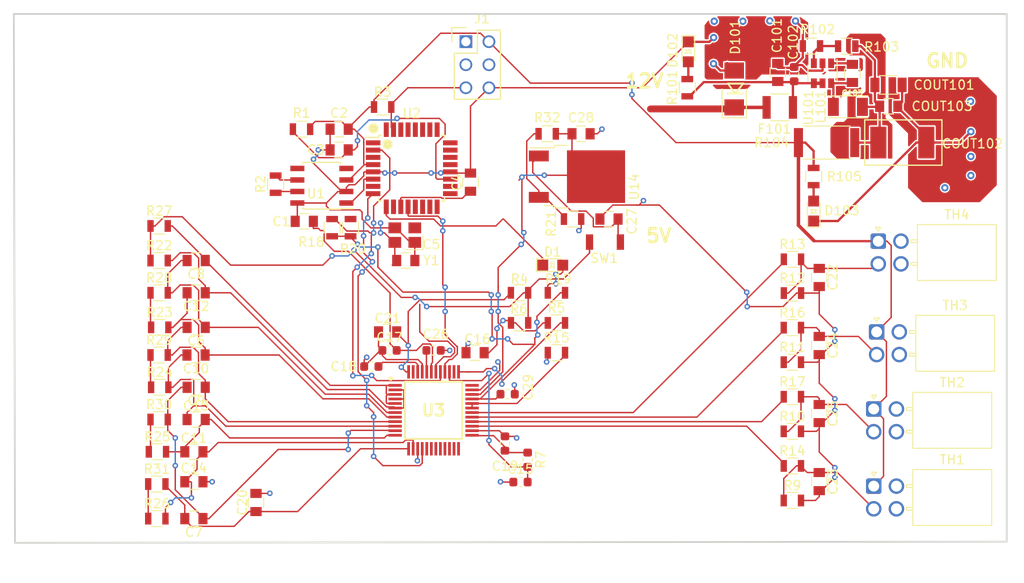
<source format=kicad_pcb>
(kicad_pcb (version 20171130) (host pcbnew 5.1.4-e60b266~84~ubuntu18.04.1)
  (layers (0 F.Cu signal) (1 In1.Cu signal) (2 In2.Cu signal) (31 B.Cu signal) (34 B.Paste user) (35 F.Paste user) (36 B.SilkS user) (37 F.SilkS user) (38 B.Mask user) (39 F.Mask user) (44 Edge.Cuts user))
  (net 0 "")
  (net 1 GND)
  (net 2 VCC)
  (net 3 "Net-(C101-Pad1)")
  (net 4 "Net-(C103-Pad2)")
  (net 5 "Net-(C103-Pad1)")
  (net 6 "Net-(COUT101-Pad1)")
  (net 7 "Net-(D102-Pad2)")
  (net 8 "Net-(D103-Pad2)")
  (net 9 "Net-(R102-Pad1)")
  (net 10 "Net-(C27-Pad2)")
  (net 11 "Net-(R21-Pad1)")
  (net 12 /VPROG)
  (net 13 GNDD)
  (net 14 "Net-(C3-Pad1)")
  (net 15 "Net-(C4-Pad1)")
  (net 16 "Net-(C5-Pad1)")
  (net 17 "Net-(C6-Pad1)")
  (net 18 "Net-(C6-Pad2)")
  (net 19 "Net-(C8-Pad1)")
  (net 20 /VC2)
  (net 21 /VC3)
  (net 22 /VC4)
  (net 23 /CVDD)
  (net 24 GNDA)
  (net 25 "Net-(C16-Pad1)")
  (net 26 /REF1)
  (net 27 "Net-(C19-Pad2)")
  (net 28 GNDPWR)
  (net 29 "Net-(C21-Pad2)")
  (net 30 /GPIO4)
  (net 31 /GPIO1)
  (net 32 /GPIO3)
  (net 33 /GPIO2)
  (net 34 /AVDD)
  (net 35 /MISO)
  (net 36 /SCK)
  (net 37 /MOSI)
  (net 38 /RESET)
  (net 39 /CAN_LO)
  (net 40 /CAN_HI)
  (net 41 /BattConn4)
  (net 42 /GPIO5)
  (net 43 /UARTTX)
  (net 44 /VIO)
  (net 45 /UARTRX)
  (net 46 /CAN_TX)
  (net 47 /CAN_RX)
  (net 48 "Net-(U1-Pad5)")
  (net 49 "Net-(U2-Pad1)")
  (net 50 "Net-(U2-Pad3)")
  (net 51 /WAKEUP)
  (net 52 "Net-(U2-Pad13)")
  (net 53 "Net-(U2-Pad14)")
  (net 54 "Net-(U2-Pad15)")
  (net 55 "Net-(U2-Pad16)")
  (net 56 "Net-(U2-Pad17)")
  (net 57 "Net-(U2-Pad18)")
  (net 58 "Net-(U2-Pad21)")
  (net 59 "Net-(U2-Pad22)")
  (net 60 "Net-(U2-Pad23)")
  (net 61 "Net-(U2-Pad24)")
  (net 62 "Net-(U2-Pad25)")
  (net 63 "Net-(U2-Pad26)")
  (net 64 "Net-(U2-Pad27)")
  (net 65 "Net-(U2-Pad28)")
  (net 66 "Net-(U2-Pad29)")
  (net 67 "Net-(U2-Pad30)")
  (net 68 "Net-(U2-Pad32)")
  (net 69 /BattConn3)
  (net 70 /BattConn2)
  (net 71 /BattConn1)
  (net 72 "Net-(C7-Pad1)")
  (net 73 "Net-(C20-Pad1)")
  (net 74 /BattConn0)
  (net 75 /VC1)
  (net 76 /VC0)
  (net 77 "Net-(C22-Pad1)")
  (net 78 "Net-(C23-Pad1)")
  (net 79 "Net-(C24-Pad1)")
  (net 80 "Net-(C25-Pad1)")
  (net 81 "Net-(D1-Pad2)")
  (net 82 /NFAULT)
  (net 83 "Net-(R5-Pad2)")
  (net 84 "Net-(U3-Pad17)")
  (net 85 "Net-(U3-Pad18)")
  (net 86 "Net-(U3-Pad19)")
  (net 87 "Net-(U3-Pad20)")
  (net 88 "Net-(U3-Pad21)")
  (net 89 "Net-(U3-Pad22)")
  (net 90 "Net-(U3-Pad23)")
  (net 91 "Net-(U3-Pad24)")
  (net 92 "Net-(U3-Pad36)")
  (net 93 "Net-(U3-Pad38)")
  (net 94 "Net-(U3-Pad47)")
  (module footprints:SOIC-8_3.9x4.9mm_Pitch1.27mm_OEM (layer F.Cu) (at 132.22 95.386 180)
    (fp_text reference U1 (at 0.648 -0.88) (layer F.SilkS))
    (fp_text value MCP2561-E_SN hide)
    (pad 1 smd rect (at -2.7 -1.905 180) (size 1.55 0.6) (layers F.Cu F.Paste F.Mask) (net 46 /CAN_TX))
    (pad 2 smd rect (at -2.7 -0.635 180) (size 1.55 0.6) (layers F.Cu F.Paste F.Mask) (net 1 GND))
    (pad 3 smd rect (at -2.7 0.635 180) (size 1.55 0.6) (layers F.Cu F.Paste F.Mask) (net 2 VCC))
    (pad 4 smd rect (at -2.7 1.905 180) (size 1.55 0.6) (layers F.Cu F.Paste F.Mask) (net 47 /CAN_RX))
    (pad 5 smd rect (at 2.7 1.905 180) (size 1.55 0.6) (layers F.Cu F.Paste F.Mask) (net 48 "Net-(U1-Pad5)"))
    (pad 6 smd rect (at 2.7 0.635 180) (size 1.55 0.6) (layers F.Cu F.Paste F.Mask) (net 39 /CAN_LO))
    (pad 7 smd rect (at 2.7 -0.635 180) (size 1.55 0.6) (layers F.Cu F.Paste F.Mask) (net 40 /CAN_HI))
    (pad 8 smd rect (at 2.7 -1.905 180) (size 1.55 0.6) (layers F.Cu F.Paste F.Mask) (net 1 GND))
  )
  (module footprints:C_0603_1608Metric (layer F.Cu) (at 184.2389 83.0867 90)
    (fp_text reference C102 (at 3.5085 -0.1143 90) (layer F.SilkS))
    (fp_text value C_2.2uF)
    (pad 2 smd roundrect (at 0.7875 0 90) (size 0.875 0.95) (layers F.Cu F.Paste F.Mask) (net 1 GND))
    (pad 1 smd roundrect (at -0.7875 0 90) (size 0.875 0.95) (layers F.Cu F.Paste F.Mask) (net 3 "Net-(C101-Pad1)"))
  )
  (module footprints:C_0805_OEM (layer F.Cu) (at 182.43296 82.8962 90)
    (fp_text reference C101 (at 4.064 -0.08636 90) (layer F.SilkS))
    (fp_text value C_0.1uF hide)
    (pad 1 smd rect (at -1 0 90) (size 1 1.25) (layers F.Cu F.Paste F.Mask) (net 3 "Net-(C101-Pad1)"))
    (pad 2 smd rect (at 1 0 90) (size 1 1.25) (layers F.Cu F.Paste F.Mask) (net 1 GND))
  )
  (module footprints:LED_0805_OEM (layer F.Cu) (at 172.5806 80.6262 270)
    (fp_text reference D102 (at -0.159 1.7148 90) (layer F.SilkS))
    (fp_text value LED_0805 hide)
    (pad 1 smd rect (at -1.1 0 90) (size 1.2 1.2) (layers F.Cu F.Paste F.Mask) (net 1 GND))
    (pad 2 smd rect (at 1.1 0 90) (size 1.2 1.2) (layers F.Cu F.Paste F.Mask) (net 7 "Net-(D102-Pad2)"))
  )
  (module footprints:LED_0805_OEM (layer F.Cu) (at 186.3806 98.1762 90)
    (fp_text reference D103 (at 0.05 3.1 180) (layer F.SilkS))
    (fp_text value LED_0805 hide)
    (pad 1 smd rect (at -1.1 0 270) (size 1.2 1.2) (layers F.Cu F.Paste F.Mask) (net 1 GND))
    (pad 2 smd rect (at 1.1 0 270) (size 1.2 1.2) (layers F.Cu F.Paste F.Mask) (net 8 "Net-(D103-Pad2)"))
  )
  (module footprints:DO-214AA (layer F.Cu) (at 177.6349 84.7217 90)
    (fp_text reference D101 (at 5.7205 0.1207 270) (layer F.SilkS))
    (fp_text value D_Zener_18V hide)
    (pad 1 smd rect (at -2.032 0 270) (size 1.778 2.159) (layers F.Cu F.Paste F.Mask))
    (pad 2 smd rect (at 2.032 0 270) (size 1.778 2.159) (layers F.Cu F.Paste F.Mask) (net 1 GND))
  )
  (module footprints:C_0805_OEM (layer F.Cu) (at 194.6529 86.6267)
    (fp_text reference COUT103 (at 5.8777 -0.0005) (layer F.SilkS))
    (fp_text value C_47uF hide)
    (pad 2 smd rect (at 1 0) (size 1 1.25) (layers F.Cu F.Paste F.Mask) (net 1 GND))
    (pad 1 smd rect (at -1 0) (size 1 1.25) (layers F.Cu F.Paste F.Mask) (net 6 "Net-(COUT101-Pad1)"))
  )
  (module footprints:C_1206_OEM (layer F.Cu) (at 194.6289 84.2772)
    (fp_text reference COUT101 (at 6.1267 -0.001) (layer F.SilkS))
    (fp_text value C_22uF hide)
    (pad 2 smd rect (at 1.5 0) (size 1 1.6) (layers F.Cu F.Paste F.Mask) (net 1 GND))
    (pad 1 smd rect (at -1.5 0) (size 1 1.6) (layers F.Cu F.Paste F.Mask) (net 6 "Net-(COUT101-Pad1)"))
  )
  (module footprints:SOT-23-6_OEM (layer F.Cu) (at 187.3582 82.992 270)
    (fp_text reference U101 (at 3.8092 1.5526 270) (layer F.SilkS))
    (fp_text value TPS560430YF hide)
    (pad 5 smd rect (at 1.1 0 270) (size 1.06 0.65) (layers F.Cu F.Paste F.Mask) (net 3 "Net-(C101-Pad1)"))
    (pad 6 smd rect (at 1.1 -0.95 270) (size 1.06 0.65) (layers F.Cu F.Paste F.Mask) (net 4 "Net-(C103-Pad2)"))
    (pad 4 smd rect (at 1.1 0.95 270) (size 1.06 0.65) (layers F.Cu F.Paste F.Mask) (net 3 "Net-(C101-Pad1)"))
    (pad 3 smd rect (at -1.1 0.95 270) (size 1.06 0.65) (layers F.Cu F.Paste F.Mask) (net 9 "Net-(R102-Pad1)"))
    (pad 2 smd rect (at -1.1 0 270) (size 1.06 0.65) (layers F.Cu F.Paste F.Mask) (net 1 GND))
    (pad 1 smd rect (at -1.1 -0.95 270) (size 1.06 0.65) (layers F.Cu F.Paste F.Mask) (net 5 "Net-(C103-Pad1)"))
  )
  (module footprints:R_2512_OEM (layer F.Cu) (at 187.8088 90.63228 180)
    (fp_text reference R104 (at 6.0532 0.00608 180) (layer F.SilkS))
    (fp_text value R_0_2512 hide)
    (pad 2 smd rect (at 3.1 0 180) (size 1 3.2) (layers F.Cu F.Paste F.Mask) (net 2 VCC))
    (pad 1 smd rect (at -3.1 0 180) (size 1 3.2) (layers F.Cu F.Paste F.Mask) (net 6 "Net-(COUT101-Pad1)"))
  )
  (module footprints:R_0805_OEM (layer F.Cu) (at 186.3806 94.3762 270)
    (fp_text reference R105 (at 0 -3.375) (layer F.SilkS))
    (fp_text value R_200 hide)
    (pad 2 smd rect (at 0.95 0 270) (size 0.7 1.3) (layers F.Cu F.Paste F.Mask) (net 8 "Net-(D103-Pad2)"))
    (pad 1 smd rect (at -0.95 0 270) (size 0.7 1.3) (layers F.Cu F.Paste F.Mask) (net 2 VCC))
  )
  (module footprints:R_0805_OEM (layer F.Cu) (at 186.13882 79.98968 180)
    (fp_text reference R102 (at -0.67818 1.83388) (layer F.SilkS))
    (fp_text value R_25K hide)
    (pad 1 smd rect (at -0.95 0 180) (size 0.7 1.3) (layers F.Cu F.Paste F.Mask) (net 9 "Net-(R102-Pad1)"))
    (pad 2 smd rect (at 0.95 0 180) (size 0.7 1.3) (layers F.Cu F.Paste F.Mask) (net 1 GND))
  )
  (module footprints:R_0805_OEM (layer F.Cu) (at 190.02502 80.00492 180)
    (fp_text reference R103 (at -3.85318 -0.08128) (layer F.SilkS))
    (fp_text value R_100K hide)
    (pad 2 smd rect (at 0.95 0 180) (size 0.7 1.3) (layers F.Cu F.Paste F.Mask) (net 9 "Net-(R102-Pad1)"))
    (pad 1 smd rect (at -0.95 0 180) (size 0.7 1.3) (layers F.Cu F.Paste F.Mask) (net 6 "Net-(COUT101-Pad1)"))
  )
  (module footprints:Fuse_1210 (layer F.Cu) (at 182.6514 86.7537 180)
    (fp_text reference F101 (at 0.5958 -2.3725 180) (layer F.SilkS))
    (fp_text value F_500mA_16V hide)
    (pad 1 smd rect (at -1.45 0 180) (size 0.9 2.5) (layers F.Cu F.Paste F.Mask) (net 3 "Net-(C101-Pad1)"))
    (pad 2 smd rect (at 1.45 0 180) (size 0.9 2.5) (layers F.Cu F.Paste F.Mask))
  )
  (module footprints:C_0805_OEM (layer F.Cu) (at 190.6524 83.0072 270)
    (fp_text reference C103 (at 2.159 0.0032) (layer F.SilkS) (effects (font (size 0.6 0.6))))
    (fp_text value C_0.1uF hide)
    (pad 1 smd rect (at -1 0 270) (size 1 1.25) (layers F.Cu F.Paste F.Mask) (net 5 "Net-(C103-Pad1)"))
    (pad 2 smd rect (at 1 0 270) (size 1 1.25) (layers F.Cu F.Paste F.Mask) (net 4 "Net-(C103-Pad2)"))
  )
  (module footprints:Fuse_1812 (layer F.Cu) (at 193.5099 90.6272)
    (fp_text reference COUT102 (at 10.3759 0.127) (layer F.SilkS))
    (fp_text value C_33uF hide)
    (pad 2 smd rect (at 5.28 0) (size 1.78 3.5) (layers F.Cu F.Paste F.Mask) (net 1 GND))
    (pad 1 smd rect (at 0 0) (size 1.78 3.5) (layers F.Cu F.Paste F.Mask) (net 6 "Net-(COUT101-Pad1)"))
  )
  (module footprints:L_100uH_OEM (layer F.Cu) (at 190.1573 86.69274)
    (fp_text reference L101 (at -2.9847 -0.00254 90) (layer F.SilkS))
    (fp_text value L_100uH hide)
    (pad 1 smd rect (at -1.6 0) (size 1.2 2) (layers F.Cu F.Paste F.Mask) (net 4 "Net-(C103-Pad2)"))
    (pad 2 smd rect (at 1.6 0) (size 1.2 2) (layers F.Cu F.Paste F.Mask) (net 6 "Net-(COUT101-Pad1)"))
  )
  (module footprints:QFP50P900X900X120-48N (layer F.Cu) (at 144.526 120.142)
    (fp_text reference U3 (at 0 0) (layer F.SilkS) (effects (font (size 1.27 1.27) (thickness 0.254))))
    (fp_text value BQ79606A-Q1 hide)
    (pad 1 smd rect (at -4.238 -2.75 90) (size 0.3 1.475) (layers F.Cu F.Paste F.Mask) (net 19 "Net-(C8-Pad1)"))
    (pad 2 smd rect (at -4.238 -2.25 90) (size 0.3 1.475) (layers F.Cu F.Paste F.Mask) (net 22 /VC4))
    (pad 3 smd rect (at -4.238 -1.75 90) (size 0.3 1.475) (layers F.Cu F.Paste F.Mask) (net 19 "Net-(C8-Pad1)"))
    (pad 4 smd rect (at -4.238 -1.25 90) (size 0.3 1.475) (layers F.Cu F.Paste F.Mask) (net 22 /VC4))
    (pad 5 smd rect (at -4.238 -0.75 90) (size 0.3 1.475) (layers F.Cu F.Paste F.Mask) (net 19 "Net-(C8-Pad1)"))
    (pad 6 smd rect (at -4.238 -0.25 90) (size 0.3 1.475) (layers F.Cu F.Paste F.Mask) (net 22 /VC4))
    (pad 7 smd rect (at -4.238 0.25 90) (size 0.3 1.475) (layers F.Cu F.Paste F.Mask) (net 17 "Net-(C6-Pad1)"))
    (pad 8 smd rect (at -4.238 0.75 90) (size 0.3 1.475) (layers F.Cu F.Paste F.Mask) (net 21 /VC3))
    (pad 9 smd rect (at -4.238 1.25 90) (size 0.3 1.475) (layers F.Cu F.Paste F.Mask) (net 18 "Net-(C6-Pad2)"))
    (pad 10 smd rect (at -4.238 1.75 90) (size 0.3 1.475) (layers F.Cu F.Paste F.Mask) (net 20 /VC2))
    (pad 11 smd rect (at -4.238 2.25 90) (size 0.3 1.475) (layers F.Cu F.Paste F.Mask) (net 72 "Net-(C7-Pad1)"))
    (pad 12 smd rect (at -4.238 2.75 90) (size 0.3 1.475) (layers F.Cu F.Paste F.Mask) (net 75 /VC1))
    (pad 13 smd rect (at -2.75 4.238) (size 0.3 1.475) (layers F.Cu F.Paste F.Mask) (net 73 "Net-(C20-Pad1)"))
    (pad 14 smd rect (at -2.25 4.238) (size 0.3 1.475) (layers F.Cu F.Paste F.Mask) (net 76 /VC0))
    (pad 15 smd rect (at -1.75 4.238) (size 0.3 1.475) (layers F.Cu F.Paste F.Mask) (net 24 GNDA))
    (pad 16 smd rect (at -1.25 4.238) (size 0.3 1.475) (layers F.Cu F.Paste F.Mask) (net 51 /WAKEUP))
    (pad 17 smd rect (at -0.75 4.238) (size 0.3 1.475) (layers F.Cu F.Paste F.Mask) (net 84 "Net-(U3-Pad17)"))
    (pad 18 smd rect (at -0.25 4.238) (size 0.3 1.475) (layers F.Cu F.Paste F.Mask) (net 85 "Net-(U3-Pad18)"))
    (pad 19 smd rect (at 0.25 4.238) (size 0.3 1.475) (layers F.Cu F.Paste F.Mask) (net 86 "Net-(U3-Pad19)"))
    (pad 20 smd rect (at 0.75 4.238) (size 0.3 1.475) (layers F.Cu F.Paste F.Mask) (net 87 "Net-(U3-Pad20)"))
    (pad 21 smd rect (at 1.25 4.238) (size 0.3 1.475) (layers F.Cu F.Paste F.Mask) (net 88 "Net-(U3-Pad21)"))
    (pad 22 smd rect (at 1.75 4.238) (size 0.3 1.475) (layers F.Cu F.Paste F.Mask) (net 89 "Net-(U3-Pad22)"))
    (pad 23 smd rect (at 2.25 4.238) (size 0.3 1.475) (layers F.Cu F.Paste F.Mask) (net 90 "Net-(U3-Pad23)"))
    (pad 24 smd rect (at 2.75 4.238) (size 0.3 1.475) (layers F.Cu F.Paste F.Mask) (net 91 "Net-(U3-Pad24)"))
    (pad 25 smd rect (at 4.238 2.75 90) (size 0.3 1.475) (layers F.Cu F.Paste F.Mask) (net 27 "Net-(C19-Pad2)"))
    (pad 26 smd rect (at 4.238 2.25 90) (size 0.3 1.475) (layers F.Cu F.Paste F.Mask) (net 28 GNDPWR))
    (pad 27 smd rect (at 4.238 1.75 90) (size 0.3 1.475) (layers F.Cu F.Paste F.Mask) (net 31 /GPIO1))
    (pad 28 smd rect (at 4.238 1.25 90) (size 0.3 1.475) (layers F.Cu F.Paste F.Mask) (net 33 /GPIO2))
    (pad 29 smd rect (at 4.238 0.75 90) (size 0.3 1.475) (layers F.Cu F.Paste F.Mask) (net 32 /GPIO3))
    (pad 30 smd rect (at 4.238 0.25 90) (size 0.3 1.475) (layers F.Cu F.Paste F.Mask) (net 30 /GPIO4))
    (pad 31 smd rect (at 4.238 -0.25 90) (size 0.3 1.475) (layers F.Cu F.Paste F.Mask) (net 42 /GPIO5))
    (pad 32 smd rect (at 4.238 -0.75 90) (size 0.3 1.475) (layers F.Cu F.Paste F.Mask) (net 42 /GPIO5))
    (pad 33 smd rect (at 4.238 -1.25 90) (size 0.3 1.475) (layers F.Cu F.Paste F.Mask) (net 44 /VIO))
    (pad 34 smd rect (at 4.238 -1.75 90) (size 0.3 1.475) (layers F.Cu F.Paste F.Mask) (net 12 /VPROG))
    (pad 35 smd rect (at 4.238 -2.25 90) (size 0.3 1.475) (layers F.Cu F.Paste F.Mask) (net 13 GNDD))
    (pad 36 smd rect (at 4.238 -2.75 90) (size 0.3 1.475) (layers F.Cu F.Paste F.Mask) (net 92 "Net-(U3-Pad36)"))
    (pad 37 smd rect (at 2.75 -4.238) (size 0.3 1.475) (layers F.Cu F.Paste F.Mask) (net 83 "Net-(R5-Pad2)"))
    (pad 38 smd rect (at 2.25 -4.238) (size 0.3 1.475) (layers F.Cu F.Paste F.Mask) (net 93 "Net-(U3-Pad38)"))
    (pad 39 smd rect (at 1.75 -4.238) (size 0.3 1.475) (layers F.Cu F.Paste F.Mask) (net 23 /CVDD))
    (pad 40 smd rect (at 1.25 -4.238) (size 0.3 1.475) (layers F.Cu F.Paste F.Mask) (net 45 /UARTRX))
    (pad 41 smd rect (at 0.75 -4.238) (size 0.3 1.475) (layers F.Cu F.Paste F.Mask) (net 43 /UARTTX))
    (pad 42 smd rect (at 0.25 -4.238) (size 0.3 1.475) (layers F.Cu F.Paste F.Mask) (net 81 "Net-(D1-Pad2)"))
    (pad 43 smd rect (at -0.25 -4.238) (size 0.3 1.475) (layers F.Cu F.Paste F.Mask) (net 2 VCC))
    (pad 44 smd rect (at -0.75 -4.238) (size 0.3 1.475) (layers F.Cu F.Paste F.Mask) (net 34 /AVDD))
    (pad 45 smd rect (at -1.25 -4.238) (size 0.3 1.475) (layers F.Cu F.Paste F.Mask) (net 24 GNDA))
    (pad 46 smd rect (at -1.75 -4.238) (size 0.3 1.475) (layers F.Cu F.Paste F.Mask) (net 26 /REF1))
    (pad 47 smd rect (at -2.25 -4.238) (size 0.3 1.475) (layers F.Cu F.Paste F.Mask) (net 94 "Net-(U3-Pad47)"))
    (pad 48 smd rect (at -2.75 -4.238) (size 0.3 1.475) (layers F.Cu F.Paste F.Mask) (net 29 "Net-(C21-Pad2)"))
  )
  (module Package_TO_SOT_SMD:TO-252-2 (layer F.Cu) (at 160.316 94.388)
    (fp_text reference U14 (at 6.308 1.116 270) (layer F.SilkS))
    (fp_text value LR8K4-G)
    (pad 1 smd rect (at -4.2 -2.28) (size 2.2 1.2) (layers F.Cu F.Paste F.Mask) (net 10 "Net-(C27-Pad2)"))
    (pad 3 smd rect (at -4.2 2.28) (size 2.2 1.2) (layers F.Cu F.Paste F.Mask) (net 11 "Net-(R21-Pad1)"))
    (pad 2 smd rect (at 2.1 0) (size 6.4 5.8) (layers F.Cu F.Mask) (net 12 /VPROG))
  )
  (module footprints:C_0805_OEM (layer F.Cu) (at 130.286 99.314 180)
    (fp_text reference C1 (at 2.54 0) (layer F.SilkS))
    (fp_text value C_0.1uF hide)
    (pad 1 smd rect (at -1 0 180) (size 1 1.25) (layers F.Cu F.Paste F.Mask) (net 2 VCC))
    (pad 2 smd rect (at 1 0 180) (size 1 1.25) (layers F.Cu F.Paste F.Mask) (net 1 GND))
  )
  (module footprints:C_0805_OEM (layer F.Cu) (at 134.128 89.154 180)
    (fp_text reference C2 (at 0.016 1.778) (layer F.SilkS))
    (fp_text value C_0.1uF hide)
    (pad 2 smd rect (at 1 0 180) (size 1 1.25) (layers F.Cu F.Paste F.Mask) (net 1 GND))
    (pad 1 smd rect (at -1 0 180) (size 1 1.25) (layers F.Cu F.Paste F.Mask) (net 2 VCC))
  )
  (module footprints:C_0805_OEM (layer F.Cu) (at 134.128 91.44 180)
    (fp_text reference C3 (at 2.556 0) (layer F.SilkS))
    (fp_text value C_100pF hide)
    (pad 2 smd rect (at 1 0 180) (size 1 1.25) (layers F.Cu F.Paste F.Mask) (net 1 GND))
    (pad 1 smd rect (at -1 0 180) (size 1 1.25) (layers F.Cu F.Paste F.Mask) (net 14 "Net-(C3-Pad1)"))
  )
  (module footprints:C_0805_OEM (layer F.Cu) (at 148.59 94.996 90)
    (fp_text reference C4 (at 0 -1.5 90) (layer F.SilkS))
    (fp_text value C_30pF hide)
    (pad 1 smd rect (at -1 0 90) (size 1 1.25) (layers F.Cu F.Paste F.Mask) (net 15 "Net-(C4-Pad1)"))
    (pad 2 smd rect (at 1 0 90) (size 1 1.25) (layers F.Cu F.Paste F.Mask) (net 1 GND))
  )
  (module footprints:C_0805_OEM (layer F.Cu) (at 141.462 103.632)
    (fp_text reference C5 (at 2.81 -1.778) (layer F.SilkS))
    (fp_text value C_30pF hide)
    (pad 1 smd rect (at -1 0) (size 1 1.25) (layers F.Cu F.Paste F.Mask) (net 16 "Net-(C5-Pad1)"))
    (pad 2 smd rect (at 1 0) (size 1 1.25) (layers F.Cu F.Paste F.Mask) (net 1 GND))
  )
  (module footprints:C_0805_OEM (layer F.Cu) (at 118.38 110.998 180)
    (fp_text reference C6 (at 0 -1.5) (layer F.SilkS))
    (fp_text value C_1uF hide)
    (pad 2 smd rect (at 1 0 180) (size 1 1.25) (layers F.Cu F.Paste F.Mask) (net 18 "Net-(C6-Pad2)"))
    (pad 1 smd rect (at -1 0 180) (size 1 1.25) (layers F.Cu F.Paste F.Mask) (net 17 "Net-(C6-Pad1)"))
  )
  (module footprints:C_0805_OEM (layer F.Cu) (at 118.38 103.632 180)
    (fp_text reference C8 (at 0 -1.5) (layer F.SilkS))
    (fp_text value C_1uF hide)
    (pad 2 smd rect (at 1 0 180) (size 1 1.25) (layers F.Cu F.Paste F.Mask) (net 17 "Net-(C6-Pad1)"))
    (pad 1 smd rect (at -1 0 180) (size 1 1.25) (layers F.Cu F.Paste F.Mask) (net 19 "Net-(C8-Pad1)"))
  )
  (module footprints:C_0805_OEM (layer F.Cu) (at 118.364 114.046 180)
    (fp_text reference C10 (at 0 -1.5) (layer F.SilkS))
    (fp_text value C_1uF hide)
    (pad 1 smd rect (at -1 0 180) (size 1 1.25) (layers F.Cu F.Paste F.Mask) (net 21 /VC3))
    (pad 2 smd rect (at 1 0 180) (size 1 1.25) (layers F.Cu F.Paste F.Mask) (net 20 /VC2))
  )
  (module footprints:C_0805_OEM (layer F.Cu) (at 118.38 107.188 180)
    (fp_text reference C12 (at 0 -1.5) (layer F.SilkS))
    (fp_text value C_1uF hide)
    (pad 1 smd rect (at -1 0 180) (size 1 1.25) (layers F.Cu F.Paste F.Mask) (net 22 /VC4))
    (pad 2 smd rect (at 1 0 180) (size 1 1.25) (layers F.Cu F.Paste F.Mask) (net 21 /VC3))
  )
  (module footprints:C_0603_1608Metric (layer F.Cu) (at 154.0985 128.052)
    (fp_text reference C15 (at 0 -1.43) (layer F.SilkS))
    (fp_text value C_2.2uF)
    (pad 2 smd roundrect (at 0.7875 0) (size 0.875 0.95) (layers F.Cu F.Paste F.Mask) (net 23 /CVDD))
    (pad 1 smd roundrect (at -0.7875 0) (size 0.875 0.95) (layers F.Cu F.Paste F.Mask) (net 24 GNDA))
  )
  (module footprints:C_0805_OEM (layer F.Cu) (at 149.098 113.792 180)
    (fp_text reference C16 (at -0.254 1.5) (layer F.SilkS))
    (fp_text value C_0.33uF hide)
    (pad 2 smd rect (at 1 0 180) (size 1 1.25) (layers F.Cu F.Paste F.Mask) (net 24 GNDA))
    (pad 1 smd rect (at -1 0 180) (size 1 1.25) (layers F.Cu F.Paste F.Mask) (net 25 "Net-(C16-Pad1)"))
  )
  (module footprints:C_0603_1608Metric (layer F.Cu) (at 139.6745 113.538)
    (fp_text reference C17 (at 0 -1.43) (layer F.SilkS))
    (fp_text value C_2.2uF)
    (pad 1 smd roundrect (at -0.7875 0) (size 0.875 0.95) (layers F.Cu F.Paste F.Mask) (net 24 GNDA))
    (pad 2 smd roundrect (at 0.7875 0) (size 0.875 0.95) (layers F.Cu F.Paste F.Mask) (net 2 VCC))
  )
  (module footprints:C_0603_1608Metric (layer F.Cu) (at 137.668 115.316)
    (fp_text reference C18 (at -3.048 0) (layer F.SilkS))
    (fp_text value C_2.2uF)
    (pad 1 smd roundrect (at -0.7875 0) (size 0.875 0.95) (layers F.Cu F.Paste F.Mask) (net 24 GNDA))
    (pad 2 smd roundrect (at 0.7875 0) (size 0.875 0.95) (layers F.Cu F.Paste F.Mask) (net 26 /REF1))
  )
  (module footprints:C_0603_1608Metric (layer F.Cu) (at 152.386 123.802 270)
    (fp_text reference C19 (at 2.5 0 180) (layer F.SilkS))
    (fp_text value C_2.2uF hide)
    (pad 2 smd roundrect (at 0.7875 0 270) (size 0.875 0.95) (layers F.Cu F.Paste F.Mask) (net 27 "Net-(C19-Pad2)"))
    (pad 1 smd roundrect (at -0.7875 0 270) (size 0.875 0.95) (layers F.Cu F.Paste F.Mask) (net 28 GNDPWR))
  )
  (module footprints:C_0805_OEM (layer F.Cu) (at 139.462 111.506)
    (fp_text reference C21 (at 0 -1.5) (layer F.SilkS))
    (fp_text value C_0.33uF hide)
    (pad 2 smd rect (at 1 0) (size 1 1.25) (layers F.Cu F.Paste F.Mask) (net 29 "Net-(C21-Pad2)"))
    (pad 1 smd rect (at -1 0) (size 1 1.25) (layers F.Cu F.Paste F.Mask) (net 24 GNDA))
  )
  (module footprints:C_0805_OEM (layer F.Cu) (at 187 105.5 270)
    (fp_text reference C22 (at 0 -1.5 90) (layer F.SilkS))
    (fp_text value C_1uF hide)
    (pad 2 smd rect (at 1 0 270) (size 1 1.25) (layers F.Cu F.Paste F.Mask) (net 24 GNDA))
    (pad 1 smd rect (at -1 0 270) (size 1 1.25) (layers F.Cu F.Paste F.Mask) (net 77 "Net-(C22-Pad1)"))
  )
  (module footprints:C_0805_OEM (layer F.Cu) (at 187 128 270)
    (fp_text reference C23 (at 0 -1.5 90) (layer F.SilkS))
    (fp_text value C_1uF hide)
    (pad 1 smd rect (at -1 0 270) (size 1 1.25) (layers F.Cu F.Paste F.Mask) (net 78 "Net-(C23-Pad1)"))
    (pad 2 smd rect (at 1 0 270) (size 1 1.25) (layers F.Cu F.Paste F.Mask) (net 24 GNDA))
  )
  (module footprints:C_0805_OEM (layer F.Cu) (at 187 113 270)
    (fp_text reference C24 (at 0 -1.5 90) (layer F.SilkS))
    (fp_text value C_1uF hide)
    (pad 1 smd rect (at -1 0 270) (size 1 1.25) (layers F.Cu F.Paste F.Mask) (net 79 "Net-(C24-Pad1)"))
    (pad 2 smd rect (at 1 0 270) (size 1 1.25) (layers F.Cu F.Paste F.Mask) (net 24 GNDA))
  )
  (module footprints:C_0805_OEM (layer F.Cu) (at 187 120.5 270)
    (fp_text reference C25 (at 0 -1.5 90) (layer F.SilkS))
    (fp_text value C_1uF hide)
    (pad 1 smd rect (at -1 0 270) (size 1 1.25) (layers F.Cu F.Paste F.Mask) (net 80 "Net-(C25-Pad1)"))
    (pad 2 smd rect (at 1 0 270) (size 1 1.25) (layers F.Cu F.Paste F.Mask) (net 24 GNDA))
  )
  (module footprints:C_0603_1608Metric (layer F.Cu) (at 144.526 113.538 180)
    (fp_text reference C26 (at -0.254 1.778) (layer F.SilkS))
    (fp_text value C_2.2uF)
    (pad 1 smd roundrect (at -0.7875 0 180) (size 0.875 0.95) (layers F.Cu F.Paste F.Mask) (net 24 GNDA))
    (pad 2 smd roundrect (at 0.7875 0 180) (size 0.875 0.95) (layers F.Cu F.Paste F.Mask) (net 34 /AVDD))
  )
  (module footprints:C_0805_OEM (layer F.Cu) (at 163.846 99.06)
    (fp_text reference C27 (at 2.524 0.254 90) (layer F.SilkS))
    (fp_text value C_10uF hide)
    (pad 2 smd rect (at 1 0) (size 1 1.25) (layers F.Cu F.Paste F.Mask) (net 10 "Net-(C27-Pad2)"))
    (pad 1 smd rect (at -1 0) (size 1 1.25) (layers F.Cu F.Paste F.Mask) (net 24 GNDA))
  )
  (module footprints:C_0805_OEM (layer F.Cu) (at 160.766 89.662)
    (fp_text reference C28 (at 0 -1.778) (layer F.SilkS))
    (fp_text value C_10uF hide)
    (pad 2 smd rect (at 1 0) (size 1 1.25) (layers F.Cu F.Paste F.Mask) (net 24 GNDA))
    (pad 1 smd rect (at -1 0) (size 1 1.25) (layers F.Cu F.Paste F.Mask) (net 12 /VPROG))
  )
  (module footprints:LED_0805_OEM (layer F.Cu) (at 157.65 104.14)
    (fp_text reference D1 (at 0 -1.45) (layer F.SilkS))
    (fp_text value LED_0805 hide)
    (pad 2 smd rect (at 1.1 0 180) (size 1.2 1.2) (layers F.Cu F.Paste F.Mask) (net 81 "Net-(D1-Pad2)"))
    (pad 1 smd rect (at -1.1 0 180) (size 1.2 1.2) (layers F.Cu F.Paste F.Mask) (net 82 /NFAULT))
  )
  (module footprints:Pin_Header_Straight_2x03 (layer F.Cu) (at 148.082 79.508)
    (fp_text reference J1 (at 1.778 -2.54) (layer F.SilkS))
    (fp_text value CONN_02X03 hide)
    (pad 1 thru_hole rect (at 0 0) (size 1.4 1.4) (drill 1.016) (layers *.Cu *.Mask) (net 35 /MISO))
    (pad 2 thru_hole circle (at 2.54 0) (size 1.4 1.4) (drill 1.016) (layers *.Cu *.Mask) (net 2 VCC))
    (pad 3 thru_hole circle (at 0 2.54) (size 1.4 1.4) (drill 1.016) (layers *.Cu *.Mask) (net 36 /SCK))
    (pad 4 thru_hole circle (at 2.54 2.54) (size 1.4 1.4) (drill 1.016) (layers *.Cu *.Mask) (net 37 /MOSI))
    (pad 5 thru_hole circle (at 0 5.08) (size 1.4 1.4) (drill 1.016) (layers *.Cu *.Mask) (net 38 /RESET))
    (pad 6 thru_hole circle (at 2.54 5.08) (size 1.4 1.4) (drill 1.016) (layers *.Cu *.Mask) (net 1 GND))
  )
  (module footprints:R_0805_OEM (layer F.Cu) (at 129.982 89.154 180)
    (fp_text reference R1 (at 0 1.778) (layer F.SilkS))
    (fp_text value R_100 hide)
    (pad 1 smd rect (at -0.95 0 180) (size 0.7 1.3) (layers F.Cu F.Paste F.Mask) (net 2 VCC))
    (pad 2 smd rect (at 0.95 0 180) (size 0.7 1.3) (layers F.Cu F.Paste F.Mask) (net 14 "Net-(C3-Pad1)"))
  )
  (module footprints:R_0805_OEM (layer F.Cu) (at 127.13 95.216 90)
    (fp_text reference R2 (at 0 -1.65 90) (layer F.SilkS))
    (fp_text value R_200 hide)
    (pad 2 smd rect (at 0.95 0 90) (size 0.7 1.3) (layers F.Cu F.Paste F.Mask) (net 39 /CAN_LO))
    (pad 1 smd rect (at -0.95 0 90) (size 0.7 1.3) (layers F.Cu F.Paste F.Mask) (net 40 /CAN_HI))
  )
  (module footprints:R_0805_OEM (layer F.Cu) (at 138.916 86.71)
    (fp_text reference R3 (at 0 -1.65) (layer F.SilkS))
    (fp_text value R_10K hide)
    (pad 2 smd rect (at 0.95 0) (size 0.7 1.3) (layers F.Cu F.Paste F.Mask) (net 38 /RESET))
    (pad 1 smd rect (at -0.95 0) (size 0.7 1.3) (layers F.Cu F.Paste F.Mask) (net 2 VCC))
  )
  (module footprints:R_0805_OEM (layer F.Cu) (at 153.99 107.188 180)
    (fp_text reference R4 (at 0 1.524) (layer F.SilkS))
    (fp_text value R_100 hide)
    (pad 1 smd rect (at -0.95 0 180) (size 0.7 1.3) (layers F.Cu F.Paste F.Mask) (net 41 /BattConn4))
    (pad 2 smd rect (at 0.95 0 180) (size 0.7 1.3) (layers F.Cu F.Paste F.Mask) (net 29 "Net-(C21-Pad2)"))
  )
  (module footprints:R_0603_1608Metric (layer F.Cu) (at 154.886 125.5895 270)
    (fp_text reference R7 (at 0 -1.43 90) (layer F.SilkS))
    (fp_text value R_0)
    (pad 1 smd roundrect (at -0.7875 0 270) (size 0.875 0.95) (layers F.Cu F.Paste F.Mask) (net 27 "Net-(C19-Pad2)"))
    (pad 2 smd roundrect (at 0.7875 0 270) (size 0.875 0.95) (layers F.Cu F.Paste F.Mask) (net 23 /CVDD))
  )
  (module footprints:R_0805_OEM (layer F.Cu) (at 184.04 130.08)
    (fp_text reference R9 (at 0 -1.65) (layer F.SilkS))
    (fp_text value R_1K_0.1 hide)
    (pad 1 smd rect (at -0.95 0) (size 0.7 1.3) (layers F.Cu F.Paste F.Mask) (net 78 "Net-(C23-Pad1)"))
    (pad 2 smd rect (at 0.95 0) (size 0.7 1.3) (layers F.Cu F.Paste F.Mask) (net 24 GNDA))
  )
  (module footprints:R_0805_OEM (layer F.Cu) (at 184.04 122.46)
    (fp_text reference R10 (at 0 -1.65) (layer F.SilkS))
    (fp_text value R_1K_0.1 hide)
    (pad 2 smd rect (at 0.95 0) (size 0.7 1.3) (layers F.Cu F.Paste F.Mask) (net 24 GNDA))
    (pad 1 smd rect (at -0.95 0) (size 0.7 1.3) (layers F.Cu F.Paste F.Mask) (net 80 "Net-(C25-Pad1)"))
  )
  (module footprints:R_0805_OEM (layer F.Cu) (at 184.04 114.84)
    (fp_text reference R11 (at 0 -1.65) (layer F.SilkS))
    (fp_text value R_1K_0.1 hide)
    (pad 1 smd rect (at -0.95 0) (size 0.7 1.3) (layers F.Cu F.Paste F.Mask) (net 79 "Net-(C24-Pad1)"))
    (pad 2 smd rect (at 0.95 0) (size 0.7 1.3) (layers F.Cu F.Paste F.Mask) (net 24 GNDA))
  )
  (module footprints:R_0805_OEM (layer F.Cu) (at 184.05 107.22)
    (fp_text reference R12 (at 0 -1.65) (layer F.SilkS))
    (fp_text value R_1K_0.1 hide)
    (pad 2 smd rect (at 0.95 0) (size 0.7 1.3) (layers F.Cu F.Paste F.Mask) (net 24 GNDA))
    (pad 1 smd rect (at -0.95 0) (size 0.7 1.3) (layers F.Cu F.Paste F.Mask) (net 77 "Net-(C22-Pad1)"))
  )
  (module footprints:R_0805_OEM (layer F.Cu) (at 184.05 103.5)
    (fp_text reference R13 (at 0 -1.65) (layer F.SilkS))
    (fp_text value R_1K hide)
    (pad 1 smd rect (at -0.95 0) (size 0.7 1.3) (layers F.Cu F.Paste F.Mask) (net 30 /GPIO4))
    (pad 2 smd rect (at 0.95 0) (size 0.7 1.3) (layers F.Cu F.Paste F.Mask) (net 77 "Net-(C22-Pad1)"))
  )
  (module footprints:R_0805_OEM (layer F.Cu) (at 184.04 126.27)
    (fp_text reference R14 (at 0 -1.65) (layer F.SilkS))
    (fp_text value R_1K hide)
    (pad 2 smd rect (at 0.95 0) (size 0.7 1.3) (layers F.Cu F.Paste F.Mask) (net 78 "Net-(C23-Pad1)"))
    (pad 1 smd rect (at -0.95 0) (size 0.7 1.3) (layers F.Cu F.Paste F.Mask) (net 31 /GPIO1))
  )
  (module footprints:R_0805_OEM (layer F.Cu) (at 158.054 113.792)
    (fp_text reference R15 (at 0 -1.65) (layer F.SilkS))
    (fp_text value R_10K hide)
    (pad 1 smd rect (at -0.95 0) (size 0.7 1.3) (layers F.Cu F.Paste F.Mask) (net 24 GNDA))
    (pad 2 smd rect (at 0.95 0) (size 0.7 1.3) (layers F.Cu F.Paste F.Mask) (net 42 /GPIO5))
  )
  (module footprints:R_0805_OEM (layer F.Cu) (at 184.04 111.03)
    (fp_text reference R16 (at 0 -1.65) (layer F.SilkS))
    (fp_text value R_1K hide)
    (pad 2 smd rect (at 0.95 0) (size 0.7 1.3) (layers F.Cu F.Paste F.Mask) (net 79 "Net-(C24-Pad1)"))
    (pad 1 smd rect (at -0.95 0) (size 0.7 1.3) (layers F.Cu F.Paste F.Mask) (net 32 /GPIO3))
  )
  (module footprints:R_0805_OEM (layer F.Cu) (at 184.04 118.65)
    (fp_text reference R17 (at 0 -1.65) (layer F.SilkS))
    (fp_text value R_1K hide)
    (pad 1 smd rect (at -0.95 0) (size 0.7 1.3) (layers F.Cu F.Paste F.Mask) (net 33 /GPIO2))
    (pad 2 smd rect (at 0.95 0) (size 0.7 1.3) (layers F.Cu F.Paste F.Mask) (net 80 "Net-(C25-Pad1)"))
  )
  (module footprints:R_0805_OEM (layer F.Cu) (at 133.35 100.01 90)
    (fp_text reference R18 (at -1.59 -2.286 180) (layer F.SilkS))
    (fp_text value R_10K hide)
    (pad 2 smd rect (at 0.95 0 90) (size 0.7 1.3) (layers F.Cu F.Paste F.Mask) (net 43 /UARTTX))
    (pad 1 smd rect (at -0.95 0 90) (size 0.7 1.3) (layers F.Cu F.Paste F.Mask) (net 44 /VIO))
  )
  (module footprints:R_0805_OEM (layer F.Cu) (at 158.054 107.188 180)
    (fp_text reference R19 (at -0.188 1.524) (layer F.SilkS))
    (fp_text value R_25K hide)
    (pad 1 smd rect (at -0.95 0 180) (size 0.7 1.3) (layers F.Cu F.Paste F.Mask) (net 44 /VIO))
    (pad 2 smd rect (at 0.95 0 180) (size 0.7 1.3) (layers F.Cu F.Paste F.Mask) (net 81 "Net-(D1-Pad2)"))
  )
  (module footprints:R_0805_OEM (layer F.Cu) (at 135.382 100.01 90)
    (fp_text reference R20 (at -2.352 0.254 180) (layer F.SilkS))
    (fp_text value R_10K hide)
    (pad 2 smd rect (at 0.95 0 90) (size 0.7 1.3) (layers F.Cu F.Paste F.Mask) (net 45 /UARTRX))
    (pad 1 smd rect (at -0.95 0 90) (size 0.7 1.3) (layers F.Cu F.Paste F.Mask) (net 44 /VIO))
  )
  (module footprints:R_0805_OEM (layer F.Cu) (at 159.832 99.06)
    (fp_text reference R21 (at -2.352 0.508 90) (layer F.SilkS))
    (fp_text value R_100 hide)
    (pad 2 smd rect (at 0.95 0) (size 0.7 1.3) (layers F.Cu F.Paste F.Mask) (net 13 GNDD))
    (pad 1 smd rect (at -0.95 0) (size 0.7 1.3) (layers F.Cu F.Paste F.Mask) (net 11 "Net-(R21-Pad1)"))
  )
  (module footprints:SW_B3U-1000P_4.2x1.7mm (layer F.Cu) (at 161.7 101.6)
    (fp_text reference SW1 (at 1.622 1.778) (layer F.SilkS))
    (fp_text value SW_Push_SPST_NO hide)
    (pad 1 smd rect (at 0 0) (size 0.8 1.7) (layers F.Cu F.Paste F.Mask) (net 41 /BattConn4))
    (pad 2 smd rect (at 3.4 0) (size 0.8 1.7) (layers F.Cu F.Paste F.Mask) (net 10 "Net-(C27-Pad2)"))
  )
  (module footprints:TQFP-32_7x7mm_Pitch0.8mm (layer F.Cu) (at 142.116 93.46)
    (fp_text reference U2 (at 0 -6.05) (layer F.SilkS))
    (fp_text value ATMEGA16M1 hide)
    (pad 1 smd rect (at -4.25 -2.8) (size 1.6 0.55) (layers F.Cu F.Paste F.Mask) (net 49 "Net-(U2-Pad1)"))
    (pad 2 smd rect (at -4.25 -2) (size 1.6 0.55) (layers F.Cu F.Paste F.Mask) (net 43 /UARTTX))
    (pad 3 smd rect (at -4.25 -1.2) (size 1.6 0.55) (layers F.Cu F.Paste F.Mask) (net 50 "Net-(U2-Pad3)"))
    (pad 4 smd rect (at -4.25 -0.4) (size 1.6 0.55) (layers F.Cu F.Paste F.Mask) (net 2 VCC))
    (pad 5 smd rect (at -4.25 0.4) (size 1.6 0.55) (layers F.Cu F.Paste F.Mask) (net 1 GND))
    (pad 6 smd rect (at -4.25 1.2) (size 1.6 0.55) (layers F.Cu F.Paste F.Mask) (net 46 /CAN_TX))
    (pad 7 smd rect (at -4.25 2) (size 1.6 0.55) (layers F.Cu F.Paste F.Mask) (net 47 /CAN_RX))
    (pad 8 smd rect (at -4.25 2.8) (size 1.6 0.55) (layers F.Cu F.Paste F.Mask) (net 51 /WAKEUP))
    (pad 9 smd rect (at -2.8 4.25 90) (size 1.6 0.55) (layers F.Cu F.Paste F.Mask) (net 82 /NFAULT))
    (pad 10 smd rect (at -2 4.25 90) (size 1.6 0.55) (layers F.Cu F.Paste F.Mask) (net 16 "Net-(C5-Pad1)"))
    (pad 11 smd rect (at -1.2 4.25 90) (size 1.6 0.55) (layers F.Cu F.Paste F.Mask) (net 15 "Net-(C4-Pad1)"))
    (pad 12 smd rect (at -0.4 4.25 90) (size 1.6 0.55) (layers F.Cu F.Paste F.Mask) (net 45 /UARTRX))
    (pad 13 smd rect (at 0.4 4.25 90) (size 1.6 0.55) (layers F.Cu F.Paste F.Mask) (net 52 "Net-(U2-Pad13)"))
    (pad 14 smd rect (at 1.2 4.25 90) (size 1.6 0.55) (layers F.Cu F.Paste F.Mask) (net 53 "Net-(U2-Pad14)"))
    (pad 15 smd rect (at 2 4.25 90) (size 1.6 0.55) (layers F.Cu F.Paste F.Mask) (net 54 "Net-(U2-Pad15)"))
    (pad 16 smd rect (at 2.8 4.25 90) (size 1.6 0.55) (layers F.Cu F.Paste F.Mask) (net 55 "Net-(U2-Pad16)"))
    (pad 17 smd rect (at 4.25 2.8) (size 1.6 0.55) (layers F.Cu F.Paste F.Mask) (net 56 "Net-(U2-Pad17)"))
    (pad 18 smd rect (at 4.25 2) (size 1.6 0.55) (layers F.Cu F.Paste F.Mask) (net 57 "Net-(U2-Pad18)"))
    (pad 19 smd rect (at 4.25 1.2) (size 1.6 0.55) (layers F.Cu F.Paste F.Mask) (net 14 "Net-(C3-Pad1)"))
    (pad 20 smd rect (at 4.25 0.4) (size 1.6 0.55) (layers F.Cu F.Paste F.Mask) (net 1 GND))
    (pad 21 smd rect (at 4.25 -0.4) (size 1.6 0.55) (layers F.Cu F.Paste F.Mask) (net 58 "Net-(U2-Pad21)"))
    (pad 22 smd rect (at 4.25 -1.2) (size 1.6 0.55) (layers F.Cu F.Paste F.Mask) (net 59 "Net-(U2-Pad22)"))
    (pad 23 smd rect (at 4.25 -2) (size 1.6 0.55) (layers F.Cu F.Paste F.Mask) (net 60 "Net-(U2-Pad23)"))
    (pad 24 smd rect (at 4.25 -2.8) (size 1.6 0.55) (layers F.Cu F.Paste F.Mask) (net 61 "Net-(U2-Pad24)"))
    (pad 25 smd rect (at 2.8 -4.25 90) (size 1.6 0.55) (layers F.Cu F.Paste F.Mask) (net 62 "Net-(U2-Pad25)"))
    (pad 26 smd rect (at 2 -4.25 90) (size 1.6 0.55) (layers F.Cu F.Paste F.Mask) (net 63 "Net-(U2-Pad26)"))
    (pad 27 smd rect (at 1.2 -4.25 90) (size 1.6 0.55) (layers F.Cu F.Paste F.Mask) (net 64 "Net-(U2-Pad27)"))
    (pad 28 smd rect (at 0.4 -4.25 90) (size 1.6 0.55) (layers F.Cu F.Paste F.Mask) (net 65 "Net-(U2-Pad28)"))
    (pad 29 smd rect (at -0.4 -4.25 90) (size 1.6 0.55) (layers F.Cu F.Paste F.Mask) (net 66 "Net-(U2-Pad29)"))
    (pad 30 smd rect (at -1.2 -4.25 90) (size 1.6 0.55) (layers F.Cu F.Paste F.Mask) (net 67 "Net-(U2-Pad30)"))
    (pad 31 smd rect (at -2 -4.25 90) (size 1.6 0.55) (layers F.Cu F.Paste F.Mask) (net 38 /RESET))
    (pad 32 smd rect (at -2.8 -4.25 90) (size 1.6 0.55) (layers F.Cu F.Paste F.Mask) (net 68 "Net-(U2-Pad32)"))
  )
  (module footprints:Crystal_SMD_FA238 (layer F.Cu) (at 141.356 100.832 180)
    (fp_text reference Y1 (at -2.916 -2.8) (layer F.SilkS))
    (fp_text value Crystal_SMD hide)
    (pad 1 smd rect (at -1.1 0.8 180) (size 1.4 1.2) (layers F.Cu F.Mask) (net 15 "Net-(C4-Pad1)"))
    (pad 2 smd rect (at 1.1 0.8 180) (size 1.4 1.2) (layers F.Cu F.Mask) (net 1 GND))
    (pad 3 smd rect (at 1.1 -0.8 180) (size 1.4 1.2) (layers F.Cu F.Mask) (net 16 "Net-(C5-Pad1)"))
    (pad 4 smd rect (at -1.1 -0.8 180) (size 1.4 1.2) (layers F.Cu F.Mask) (net 1 GND))
  )
  (module footprints:C_0603_1608Metric (layer F.Cu) (at 152.6795 118.364)
    (fp_text reference C29 (at 2.2605 -0.762 90) (layer F.SilkS))
    (fp_text value C_2.2uF hide)
    (pad 1 smd roundrect (at -0.7875 0) (size 0.875 0.95) (layers F.Cu F.Paste F.Mask) (net 44 /VIO))
    (pad 2 smd roundrect (at 0.7875 0) (size 0.875 0.95) (layers F.Cu F.Paste F.Mask) (net 13 GNDD))
  )
  (module footprints:C_0805_OEM (layer F.Cu) (at 118.126 132.08 180)
    (fp_text reference C7 (at 0 -1.5) (layer F.SilkS))
    (fp_text value C_0.47uF hide)
    (pad 2 smd rect (at 1 0 180) (size 1 1.25) (layers F.Cu F.Paste F.Mask) (net 73 "Net-(C20-Pad1)"))
    (pad 1 smd rect (at -1 0 180) (size 1 1.25) (layers F.Cu F.Paste F.Mask) (net 72 "Net-(C7-Pad1)"))
  )
  (module footprints:C_0805_OEM (layer F.Cu) (at 118.38 117.602 180)
    (fp_text reference C9 (at 0 -1.5) (layer F.SilkS))
    (fp_text value C_0.8uF hide)
    (pad 1 smd rect (at -1 0 180) (size 1 1.25) (layers F.Cu F.Paste F.Mask) (net 18 "Net-(C6-Pad2)"))
    (pad 2 smd rect (at 1 0 180) (size 1 1.25) (layers F.Cu F.Paste F.Mask) (net 72 "Net-(C7-Pad1)"))
  )
  (module footprints:C_0805_OEM (layer F.Cu) (at 118.126 124.714)
    (fp_text reference C11 (at 0 -1.5) (layer F.SilkS))
    (fp_text value C_0.47uF hide)
    (pad 2 smd rect (at 1 0) (size 1 1.25) (layers F.Cu F.Paste F.Mask) (net 76 /VC0))
    (pad 1 smd rect (at -1 0) (size 1 1.25) (layers F.Cu F.Paste F.Mask) (net 75 /VC1))
  )
  (module footprints:C_0805_OEM (layer F.Cu) (at 118.38 121.158)
    (fp_text reference C13 (at 0 -1.5) (layer F.SilkS))
    (fp_text value C_0.8uF hide)
    (pad 1 smd rect (at -1 0) (size 1 1.25) (layers F.Cu F.Paste F.Mask) (net 20 /VC2))
    (pad 2 smd rect (at 1 0) (size 1 1.25) (layers F.Cu F.Paste F.Mask) (net 75 /VC1))
  )
  (module footprints:C_0805_OEM (layer F.Cu) (at 118.126 128.016)
    (fp_text reference C14 (at 0 -1.5) (layer F.SilkS))
    (fp_text value C_0.47uF hide)
    (pad 2 smd rect (at 1 0) (size 1 1.25) (layers F.Cu F.Paste F.Mask) (net 24 GNDA))
    (pad 1 smd rect (at -1 0) (size 1 1.25) (layers F.Cu F.Paste F.Mask) (net 76 /VC0))
  )
  (module footprints:C_0805_OEM (layer F.Cu) (at 124.968 130.302 90)
    (fp_text reference C20 (at 0 -1.5 90) (layer F.SilkS))
    (fp_text value C_0.47uF hide)
    (pad 1 smd rect (at -1 0 90) (size 1 1.25) (layers F.Cu F.Paste F.Mask) (net 73 "Net-(C20-Pad1)"))
    (pad 2 smd rect (at 1 0 90) (size 1 1.25) (layers F.Cu F.Paste F.Mask) (net 24 GNDA))
  )
  (module footprints:R_0805_OEM (layer F.Cu) (at 158.054 110.504)
    (fp_text reference R5 (at 0 -1.65) (layer F.SilkS))
    (fp_text value R_45 hide)
    (pad 1 smd rect (at -0.95 0) (size 0.7 1.3) (layers F.Cu F.Paste F.Mask) (net 25 "Net-(C16-Pad1)"))
    (pad 2 smd rect (at 0.95 0) (size 0.7 1.3) (layers F.Cu F.Paste F.Mask) (net 83 "Net-(R5-Pad2)"))
  )
  (module footprints:R_0805_OEM (layer F.Cu) (at 153.996 110.504 180)
    (fp_text reference R6 (at 0.072 1.538) (layer F.SilkS))
    (fp_text value R_45 hide)
    (pad 2 smd rect (at 0.95 0 180) (size 0.7 1.3) (layers F.Cu F.Paste F.Mask) (net 25 "Net-(C16-Pad1)"))
    (pad 1 smd rect (at -0.95 0 180) (size 0.7 1.3) (layers F.Cu F.Paste F.Mask) (net 41 /BattConn4))
  )
  (module footprints:R_0805_OEM (layer F.Cu) (at 114.3 103.632)
    (fp_text reference R22 (at 0 -1.65) (layer F.SilkS))
    (fp_text value R_220 hide)
    (pad 2 smd rect (at 0.95 0) (size 0.7 1.3) (layers F.Cu F.Paste F.Mask) (net 22 /VC4))
    (pad 1 smd rect (at -0.95 0) (size 0.7 1.3) (layers F.Cu F.Paste F.Mask) (net 41 /BattConn4))
  )
  (module footprints:R_0805_OEM (layer F.Cu) (at 114.366 110.998)
    (fp_text reference R23 (at 0 -1.65) (layer F.SilkS))
    (fp_text value R_220 hide)
    (pad 1 smd rect (at -0.95 0) (size 0.7 1.3) (layers F.Cu F.Paste F.Mask) (net 69 /BattConn3))
    (pad 2 smd rect (at 0.95 0) (size 0.7 1.3) (layers F.Cu F.Paste F.Mask) (net 21 /VC3))
  )
  (module footprints:R_0805_OEM (layer F.Cu) (at 114.366 117.602)
    (fp_text reference R24 (at 0 -1.65) (layer F.SilkS))
    (fp_text value R_220 hide)
    (pad 2 smd rect (at 0.95 0) (size 0.7 1.3) (layers F.Cu F.Paste F.Mask) (net 20 /VC2))
    (pad 1 smd rect (at -0.95 0) (size 0.7 1.3) (layers F.Cu F.Paste F.Mask) (net 70 /BattConn2))
  )
  (module footprints:R_0805_OEM (layer F.Cu) (at 114.112 124.714)
    (fp_text reference R25 (at 0 -1.65) (layer F.SilkS))
    (fp_text value R_220 hide)
    (pad 1 smd rect (at -0.95 0) (size 0.7 1.3) (layers F.Cu F.Paste F.Mask) (net 71 /BattConn1))
    (pad 2 smd rect (at 0.95 0) (size 0.7 1.3) (layers F.Cu F.Paste F.Mask) (net 75 /VC1))
  )
  (module footprints:R_0805_OEM (layer F.Cu) (at 114.046 132.08)
    (fp_text reference R26 (at 0 -1.65) (layer F.SilkS))
    (fp_text value R_220 hide)
    (pad 2 smd rect (at 0.95 0) (size 0.7 1.3) (layers F.Cu F.Paste F.Mask) (net 76 /VC0))
    (pad 1 smd rect (at -0.95 0) (size 0.7 1.3) (layers F.Cu F.Paste F.Mask) (net 74 /BattConn0))
  )
  (module footprints:R_0805_OEM (layer F.Cu) (at 114.3 99.822)
    (fp_text reference R27 (at 0 -1.65) (layer F.SilkS))
    (fp_text value R_55 hide)
    (pad 1 smd rect (at -0.95 0) (size 0.7 1.3) (layers F.Cu F.Paste F.Mask) (net 41 /BattConn4))
    (pad 2 smd rect (at 0.95 0) (size 0.7 1.3) (layers F.Cu F.Paste F.Mask) (net 19 "Net-(C8-Pad1)"))
  )
  (module footprints:R_0805_OEM (layer F.Cu) (at 114.3 107.188)
    (fp_text reference R28 (at 0 -1.65) (layer F.SilkS))
    (fp_text value R_55 hide)
    (pad 2 smd rect (at 0.95 0) (size 0.7 1.3) (layers F.Cu F.Paste F.Mask) (net 17 "Net-(C6-Pad1)"))
    (pad 1 smd rect (at -0.95 0) (size 0.7 1.3) (layers F.Cu F.Paste F.Mask) (net 69 /BattConn3))
  )
  (module footprints:R_0805_OEM (layer F.Cu) (at 114.3 114.046)
    (fp_text reference R29 (at 0 -1.65) (layer F.SilkS))
    (fp_text value R_55 hide)
    (pad 1 smd rect (at -0.95 0) (size 0.7 1.3) (layers F.Cu F.Paste F.Mask) (net 70 /BattConn2))
    (pad 2 smd rect (at 0.95 0) (size 0.7 1.3) (layers F.Cu F.Paste F.Mask) (net 18 "Net-(C6-Pad2)"))
  )
  (module footprints:R_0805_OEM (layer F.Cu) (at 114.3 121.158)
    (fp_text reference R30 (at 0 -1.65) (layer F.SilkS))
    (fp_text value R_55 hide)
    (pad 2 smd rect (at 0.95 0) (size 0.7 1.3) (layers F.Cu F.Paste F.Mask) (net 72 "Net-(C7-Pad1)"))
    (pad 1 smd rect (at -0.95 0) (size 0.7 1.3) (layers F.Cu F.Paste F.Mask) (net 71 /BattConn1))
  )
  (module footprints:R_0805_OEM (layer F.Cu) (at 114.046 128.27)
    (fp_text reference R31 (at 0 -1.65) (layer F.SilkS))
    (fp_text value R_55 hide)
    (pad 1 smd rect (at -0.95 0) (size 0.7 1.3) (layers F.Cu F.Paste F.Mask) (net 74 /BattConn0))
    (pad 2 smd rect (at 0.95 0) (size 0.7 1.3) (layers F.Cu F.Paste F.Mask) (net 73 "Net-(C20-Pad1)"))
  )
  (module footprints:R_0805_OEM (layer F.Cu) (at 157.038 89.662 180)
    (fp_text reference R32 (at 0 1.778) (layer F.SilkS))
    (fp_text value R_187 hide)
    (pad 2 smd rect (at 0.95 0 180) (size 0.7 1.3) (layers F.Cu F.Paste F.Mask) (net 11 "Net-(R21-Pad1)"))
    (pad 1 smd rect (at -0.95 0 180) (size 0.7 1.3) (layers F.Cu F.Paste F.Mask) (net 12 /VPROG))
  )
  (module footprints:NanoFit_RA_4 (layer F.Cu) (at 193 128.5)
    (fp_text reference TH1 (at 8.65 -2.92) (layer F.SilkS))
    (fp_text value Thermistor)
    (pad "" np_thru_hole circle (at 9.68 2.5) (size 1.7 1.7) (drill 1.7) (layers *.Cu *.Mask))
    (pad "" np_thru_hole circle (at 9.68 0) (size 1.7 1.7) (drill 1.7) (layers *.Cu *.Mask))
    (pad 4 thru_hole circle (at 2.5 2.5) (size 1.7 1.7) (drill 1.2) (layers *.Cu *.Mask))
    (pad 3 thru_hole circle (at 2.5 0) (size 1.7 1.7) (drill 1.2) (layers *.Cu *.Mask))
    (pad 2 thru_hole circle (at 0 2.5) (size 1.7 1.7) (drill 1.2) (layers *.Cu *.Mask) (net 78 "Net-(C23-Pad1)"))
    (pad 1 thru_hole roundrect (at 0 0) (size 1.7 1.7) (drill 1.2) (layers *.Cu *.Mask) (roundrect_rratio 0.147059) (net 2 VCC))
  )
  (module footprints:NanoFit_RA_4 (layer F.Cu) (at 193 120)
    (fp_text reference TH2 (at 8.65 -2.92) (layer F.SilkS))
    (fp_text value Thermistor)
    (pad 1 thru_hole roundrect (at 0 0) (size 1.7 1.7) (drill 1.2) (layers *.Cu *.Mask) (roundrect_rratio 0.147059) (net 2 VCC))
    (pad 2 thru_hole circle (at 0 2.5) (size 1.7 1.7) (drill 1.2) (layers *.Cu *.Mask) (net 80 "Net-(C25-Pad1)"))
    (pad 3 thru_hole circle (at 2.5 0) (size 1.7 1.7) (drill 1.2) (layers *.Cu *.Mask))
    (pad 4 thru_hole circle (at 2.5 2.5) (size 1.7 1.7) (drill 1.2) (layers *.Cu *.Mask))
    (pad "" np_thru_hole circle (at 9.68 0) (size 1.7 1.7) (drill 1.7) (layers *.Cu *.Mask))
    (pad "" np_thru_hole circle (at 9.68 2.5) (size 1.7 1.7) (drill 1.7) (layers *.Cu *.Mask))
  )
  (module footprints:NanoFit_RA_4 (layer F.Cu) (at 193.32 111.5)
    (fp_text reference TH3 (at 8.65 -2.92) (layer F.SilkS))
    (fp_text value Thermistor)
    (pad "" np_thru_hole circle (at 9.68 2.5) (size 1.7 1.7) (drill 1.7) (layers *.Cu *.Mask))
    (pad "" np_thru_hole circle (at 9.68 0) (size 1.7 1.7) (drill 1.7) (layers *.Cu *.Mask))
    (pad 4 thru_hole circle (at 2.5 2.5) (size 1.7 1.7) (drill 1.2) (layers *.Cu *.Mask))
    (pad 3 thru_hole circle (at 2.5 0) (size 1.7 1.7) (drill 1.2) (layers *.Cu *.Mask))
    (pad 2 thru_hole circle (at 0 2.5) (size 1.7 1.7) (drill 1.2) (layers *.Cu *.Mask) (net 79 "Net-(C24-Pad1)"))
    (pad 1 thru_hole roundrect (at 0 0) (size 1.7 1.7) (drill 1.2) (layers *.Cu *.Mask) (roundrect_rratio 0.147059) (net 2 VCC))
  )
  (module footprints:NanoFit_RA_4 (layer F.Cu) (at 193.5 101.5)
    (fp_text reference TH4 (at 8.65 -2.92) (layer F.SilkS))
    (fp_text value Thermistor)
    (pad 1 thru_hole roundrect (at 0 0) (size 1.7 1.7) (drill 1.2) (layers *.Cu *.Mask) (roundrect_rratio 0.147059) (net 2 VCC))
    (pad 2 thru_hole circle (at 0 2.5) (size 1.7 1.7) (drill 1.2) (layers *.Cu *.Mask) (net 77 "Net-(C22-Pad1)"))
    (pad 3 thru_hole circle (at 2.5 0) (size 1.7 1.7) (drill 1.2) (layers *.Cu *.Mask))
    (pad 4 thru_hole circle (at 2.5 2.5) (size 1.7 1.7) (drill 1.2) (layers *.Cu *.Mask))
    (pad "" np_thru_hole circle (at 9.68 0) (size 1.7 1.7) (drill 1.7) (layers *.Cu *.Mask))
    (pad "" np_thru_hole circle (at 9.68 2.5) (size 1.7 1.7) (drill 1.7) (layers *.Cu *.Mask))
  )
  (module footprints:R_0805_OEM (layer F.Cu) (at 172.466 84.582 90)
    (fp_text reference R101 (at 0 -1.65 90) (layer F.SilkS))
    (fp_text value R_1K hide)
    (pad 1 smd rect (at -0.95 0 90) (size 0.7 1.3) (layers F.Cu F.Paste F.Mask) (net 3 "Net-(C101-Pad1)"))
    (pad 2 smd rect (at 0.95 0 90) (size 0.7 1.3) (layers F.Cu F.Paste F.Mask) (net 7 "Net-(D102-Pad2)"))
  )
  (gr_text 12V (at 167.7416 83.8454) (layer F.SilkS) (effects (font (size 1.5 1.5) (thickness 0.3))))
  (gr_text GND (at 201.0918 81.6102) (layer F.SilkS) (effects (font (size 1.5 1.5) (thickness 0.3))))
  (gr_text 5V (at 169.3306 100.9012) (layer F.SilkS) (effects (font (size 1.5 1.5) (thickness 0.3))))
  (gr_line (start 98.425 134.747) (end 98.298 76.454) (layer Edge.Cuts) (width 0.2))
  (gr_line (start 207.645 134.62) (end 98.425 134.747) (layer Edge.Cuts) (width 0.2))
  (gr_line (start 207.645 76.454) (end 207.645 134.62) (layer Edge.Cuts) (width 0.2))
  (gr_line (start 98.298 76.454) (end 207.645 76.454) (layer Edge.Cuts) (width 0.2))
  (segment (start 177.6349 86.7537) (end 181.2014 86.7537) (width 0.381) (layer F.Cu) (net 0))
  (segment (start 168.4147 86.92134) (end 177.46726 86.92134) (width 0.762) (layer F.Cu) (net 0))
  (segment (start 177.46726 86.92134) (end 177.6349 86.7537) (width 0.381) (layer F.Cu) (net 0))
  (segment (start 177.58726 86.80134) (end 177.6349 86.7537) (width 0.381) (layer F.Cu) (net 0))
  (segment (start 174.89798 79.5262) (end 175.36922 79.05496) (width 0.254) (layer F.Cu) (net 1))
  (segment (start 195.6529 86.6267) (end 195.6529 86.7517) (width 0.254) (layer F.Cu) (net 1))
  (segment (start 195.6529 86.7517) (end 198.7899 89.8887) (width 0.254) (layer F.Cu) (net 1))
  (segment (start 177.6349 82.6897) (end 176.1109 82.6897) (width 0.254) (layer F.Cu) (net 1))
  (segment (start 184.2389 82.0867) (end 185.1179 82.0867) (width 0.254) (layer F.Cu) (net 1))
  (segment (start 187.3582 82.676) (end 187.3582 81.892) (width 0.254) (layer F.Cu) (net 1))
  (segment (start 176.1109 82.6897) (end 175.35652 81.93532) (width 0.254) (layer F.Cu) (net 1))
  (segment (start 172.5806 79.5262) (end 174.89798 79.5262) (width 0.254) (layer F.Cu) (net 1))
  (segment (start 187.332799 82.701401) (end 187.3582 82.676) (width 0.254) (layer F.Cu) (net 1))
  (segment (start 196.1289 86.1507) (end 195.6529 86.6267) (width 0.254) (layer F.Cu) (net 1))
  (segment (start 185.1179 82.0867) (end 185.732601 82.701401) (width 0.254) (layer F.Cu) (net 1))
  (segment (start 185.732601 82.701401) (end 187.332799 82.701401) (width 0.254) (layer F.Cu) (net 1))
  (segment (start 198.7899 89.8887) (end 198.7899 90.6272) (width 0.254) (layer F.Cu) (net 1))
  (segment (start 196.1289 84.2772) (end 196.1289 86.1507) (width 0.254) (layer F.Cu) (net 1))
  (segment (start 177.4444 82.6897) (end 177.6349 82.6897) (width 0.1524) (layer F.Cu) (net 1))
  (segment (start 202.49896 90.6272) (end 203.70038 89.42578) (width 0.254) (layer F.Cu) (net 1))
  (segment (start 184.3639 82.0867) (end 184.2389 82.0867) (width 0.254) (layer F.Cu) (net 1))
  (segment (start 198.7899 90.6272) (end 202.49896 90.6272) (width 0.254) (layer F.Cu) (net 1))
  (segment (start 185.18882 79.98968) (end 185.18882 81.26178) (width 0.254) (layer F.Cu) (net 1))
  (segment (start 183.93572 82.38988) (end 184.2389 82.0867) (width 0.254) (layer F.Cu) (net 1))
  (segment (start 185.18882 81.26178) (end 184.3639 82.0867) (width 0.254) (layer F.Cu) (net 1))
  (segment (start 182.43296 82.38988) (end 183.93572 82.38988) (width 0.254) (layer F.Cu) (net 1))
  (segment (start 176.88052 81.93532) (end 177.6349 82.6897) (width 0.381) (layer F.Cu) (net 1))
  (via (at 200.83526 95.61576) (size 0.8) (drill 0.4) (layers F.Cu B.Cu) (net 1))
  (via (at 175.36922 79.05496) (size 0.8) (drill 0.4) (layers F.Cu B.Cu) (net 1))
  (via (at 175.35652 81.93532) (size 0.8) (drill 0.4) (layers F.Cu B.Cu) (net 1))
  (segment (start 175.43272 78.99146) (end 175.36922 79.05496) (width 0.381) (layer F.Cu) (net 1))
  (via (at 175.43272 77.25664) (size 0.8) (drill 0.4) (layers F.Cu B.Cu) (net 1))
  (segment (start 203.70038 94.26194) (end 203.80198 94.36354) (width 0.25) (layer F.Cu) (net 1))
  (via (at 203.70038 89.42578) (size 0.8) (drill 0.4) (layers F.Cu B.Cu) (net 1))
  (segment (start 178.6255 77.21854) (end 178.5874 77.25664) (width 0.381) (layer F.Cu) (net 1))
  (via (at 178.5874 77.25664) (size 0.8) (drill 0.4) (layers F.Cu B.Cu) (net 1))
  (via (at 181.55666 77.21854) (size 0.8) (drill 0.4) (layers F.Cu B.Cu) (net 1))
  (via (at 203.70038 92.16136) (size 0.8) (drill 0.4) (layers F.Cu B.Cu) (net 1))
  (via (at 203.70038 94.26194) (size 0.8) (drill 0.4) (layers F.Cu B.Cu) (net 1))
  (via (at 203.66482 86.09076) (size 0.8) (drill 0.4) (layers F.Cu B.Cu) (net 1))
  (segment (start 130.4474 97.291) (end 129.52 97.291) (width 0.1524) (layer F.Cu) (net 1))
  (segment (start 132.7226 97.291) (end 130.4474 97.291) (width 0.1524) (layer F.Cu) (net 1))
  (segment (start 133.9926 96.021) (end 132.7226 97.291) (width 0.1524) (layer F.Cu) (net 1))
  (segment (start 134.92 96.021) (end 133.9926 96.021) (width 0.1524) (layer F.Cu) (net 1))
  (segment (start 140.356 100.032) (end 140.256 100.032) (width 0.1524) (layer F.Cu) (net 1))
  (segment (start 141.956 101.632) (end 140.356 100.032) (width 0.1524) (layer F.Cu) (net 1))
  (segment (start 142.456 101.632) (end 141.956 101.632) (width 0.1524) (layer F.Cu) (net 1))
  (segment (start 139.952588 100.335412) (end 140.256 100.032) (width 0.1524) (layer F.Cu) (net 1))
  (segment (start 189.04996 99.2762) (end 197.69896 90.6272) (width 0.254) (layer F.Cu) (net 1))
  (segment (start 197.69896 90.6272) (end 198.7899 90.6272) (width 0.254) (layer F.Cu) (net 1))
  (segment (start 186.3806 99.2762) (end 189.04996 99.2762) (width 0.254) (layer F.Cu) (net 1))
  (via (at 184.38622 77.23124) (size 0.8) (drill 0.4) (layers F.Cu B.Cu) (net 1))
  (segment (start 185.18882 79.98968) (end 185.18882 78.03384) (width 0.254) (layer F.Cu) (net 1))
  (segment (start 185.18882 78.03384) (end 184.38622 77.23124) (width 0.254) (layer F.Cu) (net 1))
  (segment (start 150.616 84.594) (end 150.622 84.588) (width 0.1524) (layer F.Cu) (net 1))
  (segment (start 167.5188 84.588) (end 172.5806 79.5262) (width 0.1524) (layer F.Cu) (net 1))
  (segment (start 150.622 84.588) (end 167.5188 84.588) (width 0.1524) (layer F.Cu) (net 1))
  (segment (start 137.649171 93.643171) (end 137.866 93.86) (width 0.1524) (layer F.Cu) (net 1))
  (via (at 139.1666 93.98) (size 0.6096) (drill 0.3048) (layers F.Cu B.Cu) (net 1))
  (segment (start 137.866 93.86) (end 139.0466 93.86) (width 0.1524) (layer F.Cu) (net 1))
  (segment (start 139.0466 93.86) (end 139.1666 93.98) (width 0.1524) (layer F.Cu) (net 1))
  (segment (start 139.1666 93.98) (end 140.208 93.98) (width 0.1524) (layer B.Cu) (net 1))
  (via (at 140.2334 93.98) (size 0.6096) (drill 0.3048) (layers F.Cu B.Cu) (net 1))
  (segment (start 140.208 93.98) (end 140.2334 93.98) (width 0.1524) (layer B.Cu) (net 1))
  (via (at 144.2466 93.98) (size 0.6096) (drill 0.3048) (layers F.Cu B.Cu) (net 1))
  (segment (start 140.2334 93.98) (end 144.2466 93.98) (width 0.1524) (layer F.Cu) (net 1))
  (via (at 145.3134 93.98) (size 0.6096) (drill 0.3048) (layers F.Cu B.Cu) (net 1))
  (segment (start 144.2466 93.98) (end 145.3134 93.98) (width 0.1524) (layer B.Cu) (net 1))
  (segment (start 146.246 93.98) (end 146.366 93.86) (width 0.1524) (layer F.Cu) (net 1))
  (segment (start 145.3134 93.98) (end 146.246 93.98) (width 0.1524) (layer F.Cu) (net 1))
  (segment (start 142.456 103.626) (end 142.462 103.632) (width 0.1524) (layer F.Cu) (net 1))
  (segment (start 142.456 101.632) (end 142.456 103.626) (width 0.1524) (layer F.Cu) (net 1))
  (segment (start 146.502 93.996) (end 146.366 93.86) (width 0.1524) (layer F.Cu) (net 1))
  (segment (start 148.59 93.996) (end 146.502 93.996) (width 0.1524) (layer F.Cu) (net 1))
  (segment (start 148.59 86.62) (end 150.622 84.588) (width 0.1524) (layer F.Cu) (net 1))
  (segment (start 148.59 93.996) (end 148.59 86.62) (width 0.1524) (layer F.Cu) (net 1))
  (segment (start 133.128 91.44) (end 133.128 89.154) (width 0.1524) (layer F.Cu) (net 1))
  (via (at 131.826 91.44) (size 0.6096) (drill 0.3048) (layers F.Cu B.Cu) (net 1))
  (segment (start 133.128 91.44) (end 131.826 91.44) (width 0.1524) (layer F.Cu) (net 1))
  (via (at 131.298829 92.475171) (size 0.6096) (drill 0.3048) (layers F.Cu B.Cu) (net 1))
  (segment (start 131.826 91.44) (end 131.826 91.948) (width 0.1524) (layer B.Cu) (net 1))
  (segment (start 131.826 91.948) (end 131.298829 92.475171) (width 0.1524) (layer B.Cu) (net 1))
  (segment (start 134.413606 96.021) (end 134.92 96.021) (width 0.1524) (layer F.Cu) (net 1))
  (segment (start 131.298829 92.906223) (end 134.413606 96.021) (width 0.1524) (layer F.Cu) (net 1))
  (segment (start 131.298829 92.475171) (end 131.298829 92.906223) (width 0.1524) (layer F.Cu) (net 1))
  (segment (start 136.9136 93.86) (end 137.866 93.86) (width 0.1524) (layer F.Cu) (net 1))
  (segment (start 136.837399 93.936201) (end 136.9136 93.86) (width 0.1524) (layer F.Cu) (net 1))
  (segment (start 136.837399 94.305135) (end 136.837399 93.936201) (width 0.1524) (layer F.Cu) (net 1))
  (segment (start 135.862933 95.279601) (end 136.837399 94.305135) (width 0.1524) (layer F.Cu) (net 1))
  (segment (start 135.208999 95.279601) (end 135.862933 95.279601) (width 0.1524) (layer F.Cu) (net 1))
  (segment (start 134.92 95.5686) (end 135.208999 95.279601) (width 0.1524) (layer F.Cu) (net 1))
  (segment (start 134.92 96.021) (end 134.92 95.5686) (width 0.1524) (layer F.Cu) (net 1))
  (segment (start 132.7226 97.6392) (end 132.7226 97.291) (width 0.1524) (layer F.Cu) (net 1))
  (segment (start 137.624 100.032) (end 136.652 99.06) (width 0.1524) (layer F.Cu) (net 1))
  (segment (start 140.256 100.032) (end 137.624 100.032) (width 0.1524) (layer F.Cu) (net 1))
  (segment (start 136.398 98.044) (end 133.1274 98.044) (width 0.1524) (layer F.Cu) (net 1))
  (segment (start 136.652 99.06) (end 136.652 98.298) (width 0.1524) (layer F.Cu) (net 1))
  (segment (start 136.652 98.298) (end 136.398 98.044) (width 0.1524) (layer F.Cu) (net 1))
  (segment (start 133.1274 98.044) (end 132.7226 97.6392) (width 0.1524) (layer F.Cu) (net 1))
  (segment (start 129.52 99.08) (end 129.286 99.314) (width 0.1524) (layer F.Cu) (net 1))
  (segment (start 129.52 97.291) (end 129.52 99.08) (width 0.1524) (layer F.Cu) (net 1))
  (segment (start 186.3806 92.8222) (end 186.3806 93.4262) (width 0.254) (layer F.Cu) (net 2))
  (segment (start 184.7088 90.63228) (end 185.4628 90.63228) (width 0.254) (layer F.Cu) (net 2))
  (segment (start 186.3806 91.55008) (end 186.3806 92.8222) (width 0.254) (layer F.Cu) (net 2))
  (segment (start 185.4628 90.63228) (end 186.3806 91.55008) (width 0.254) (layer F.Cu) (net 2))
  (segment (start 135.005 94.666) (end 134.92 94.751) (width 0.1524) (layer F.Cu) (net 2))
  (segment (start 134.92 94.751) (end 135.395 94.751) (width 0.1524) (layer F.Cu) (net 2))
  (segment (start 137.801 86.71) (end 137.966 86.71) (width 0.1524) (layer F.Cu) (net 2))
  (segment (start 149.922001 78.808001) (end 150.622 79.508) (width 0.1524) (layer F.Cu) (net 2))
  (segment (start 149.693399 78.579399) (end 149.922001 78.808001) (width 0.1524) (layer F.Cu) (net 2))
  (segment (start 145.294201 78.579399) (end 149.693399 78.579399) (width 0.1524) (layer F.Cu) (net 2))
  (segment (start 137.966 85.9076) (end 145.294201 78.579399) (width 0.1524) (layer F.Cu) (net 2))
  (segment (start 137.966 86.71) (end 137.966 85.9076) (width 0.1524) (layer F.Cu) (net 2))
  (segment (start 194.167487 110.652513) (end 193.32 111.5) (width 0.1524) (layer F.Cu) (net 2))
  (segment (start 194.921399 109.898601) (end 194.167487 110.652513) (width 0.1524) (layer F.Cu) (net 2))
  (segment (start 194.921399 101.971399) (end 194.921399 109.898601) (width 0.1524) (layer F.Cu) (net 2))
  (segment (start 194.45 101.5) (end 194.921399 101.971399) (width 0.1524) (layer F.Cu) (net 2))
  (segment (start 193.5 101.5) (end 194.45 101.5) (width 0.1524) (layer F.Cu) (net 2))
  (segment (start 193.847487 119.152513) (end 193 120) (width 0.1524) (layer F.Cu) (net 2))
  (segment (start 194.398601 112.578601) (end 194.398601 118.601399) (width 0.1524) (layer F.Cu) (net 2))
  (segment (start 194.398601 118.601399) (end 193.847487 119.152513) (width 0.1524) (layer F.Cu) (net 2))
  (segment (start 193.32 111.5) (end 194.398601 112.578601) (width 0.1524) (layer F.Cu) (net 2))
  (segment (start 193.847487 127.652513) (end 193 128.5) (width 0.1524) (layer F.Cu) (net 2))
  (segment (start 194.078601 121.078601) (end 194.078601 127.421399) (width 0.1524) (layer F.Cu) (net 2))
  (segment (start 194.078601 127.421399) (end 193.847487 127.652513) (width 0.1524) (layer F.Cu) (net 2))
  (segment (start 193 120) (end 194.078601 121.078601) (width 0.1524) (layer F.Cu) (net 2))
  (segment (start 184.7088 99.7458) (end 186.4106 101.4476) (width 0.381) (layer F.Cu) (net 2))
  (segment (start 184.7088 90.63228) (end 184.7088 99.7458) (width 0.381) (layer F.Cu) (net 2))
  (segment (start 186.463 101.5) (end 193.5 101.5) (width 0.254) (layer F.Cu) (net 2))
  (segment (start 186.4106 101.4476) (end 186.463 101.5) (width 0.254) (layer F.Cu) (net 2))
  (via (at 166.37 84.0546) (size 0.6096) (drill 0.3048) (layers F.Cu B.Cu) (net 2))
  (via (at 166.37 85.344) (size 0.6096) (drill 0.3048) (layers F.Cu B.Cu) (net 2))
  (segment (start 166.37 84.0546) (end 166.37 85.344) (width 0.1524) (layer B.Cu) (net 2))
  (segment (start 184.0564 90.63228) (end 184.7088 90.63228) (width 0.1524) (layer F.Cu) (net 2))
  (segment (start 171.227228 90.63228) (end 184.0564 90.63228) (width 0.1524) (layer F.Cu) (net 2))
  (segment (start 166.37 85.775052) (end 171.227228 90.63228) (width 0.1524) (layer F.Cu) (net 2))
  (segment (start 166.37 85.344) (end 166.37 85.775052) (width 0.1524) (layer F.Cu) (net 2))
  (segment (start 166.3506 84.074) (end 166.37 84.0546) (width 0.1524) (layer F.Cu) (net 2))
  (segment (start 150.622 79.508) (end 155.188 84.074) (width 0.1524) (layer F.Cu) (net 2))
  (segment (start 155.188 84.074) (end 166.3506 84.074) (width 0.1524) (layer F.Cu) (net 2))
  (segment (start 134.399399 88.300399) (end 135.128 89.029) (width 0.1524) (layer F.Cu) (net 2))
  (segment (start 131.485601 88.300399) (end 134.399399 88.300399) (width 0.1524) (layer F.Cu) (net 2))
  (segment (start 130.932 88.854) (end 131.485601 88.300399) (width 0.1524) (layer F.Cu) (net 2))
  (segment (start 130.932 89.154) (end 130.932 88.854) (width 0.1524) (layer F.Cu) (net 2))
  (segment (start 137.4636 86.71) (end 137.966 86.71) (width 0.1524) (layer F.Cu) (net 2))
  (segment (start 137.447 86.71) (end 137.4636 86.71) (width 0.1524) (layer F.Cu) (net 2))
  (segment (start 135.128 89.029) (end 137.447 86.71) (width 0.1524) (layer F.Cu) (net 2))
  (segment (start 135.128 89.154) (end 135.128 89.029) (width 0.1524) (layer F.Cu) (net 2))
  (segment (start 136.9136 93.06) (end 137.866 93.06) (width 0.1524) (layer F.Cu) (net 2))
  (segment (start 136.837399 90.210999) (end 136.837399 92.983799) (width 0.1524) (layer F.Cu) (net 2))
  (segment (start 136.837399 92.983799) (end 136.9136 93.06) (width 0.1524) (layer F.Cu) (net 2))
  (segment (start 135.7804 89.154) (end 136.837399 90.210999) (width 0.1524) (layer F.Cu) (net 2))
  (segment (start 135.128 89.154) (end 135.7804 89.154) (width 0.1524) (layer F.Cu) (net 2))
  (segment (start 135.2226 94.751) (end 136.9136 93.06) (width 0.1524) (layer F.Cu) (net 2))
  (segment (start 134.92 94.751) (end 135.2226 94.751) (width 0.1524) (layer F.Cu) (net 2))
  (segment (start 144.276 115.0141) (end 144.276 115.904) (width 0.1524) (layer F.Cu) (net 2))
  (segment (start 144.40461 114.88549) (end 144.276 115.0141) (width 0.1524) (layer F.Cu) (net 2))
  (segment (start 144.40461 113.096446) (end 144.40461 114.88549) (width 0.1524) (layer F.Cu) (net 2))
  (segment (start 144.142554 112.83439) (end 144.40461 113.096446) (width 0.1524) (layer F.Cu) (net 2))
  (segment (start 143.334446 112.83439) (end 144.142554 112.83439) (width 0.1524) (layer F.Cu) (net 2))
  (segment (start 142.630836 113.538) (end 143.334446 112.83439) (width 0.1524) (layer F.Cu) (net 2))
  (segment (start 140.462 113.538) (end 142.630836 113.538) (width 0.1524) (layer F.Cu) (net 2))
  (segment (start 132.08 100.33) (end 131.8414 100.0914) (width 0.1524) (layer F.Cu) (net 2))
  (segment (start 132.37428 100.33) (end 132.08 100.33) (width 0.1524) (layer F.Cu) (net 2))
  (segment (start 131.286 100.0914) (end 131.286 99.314) (width 0.1524) (layer F.Cu) (net 2))
  (segment (start 132.471399 100.427119) (end 132.37428 100.33) (width 0.1524) (layer F.Cu) (net 2))
  (segment (start 131.8414 100.0914) (end 131.286 100.0914) (width 0.1524) (layer F.Cu) (net 2))
  (segment (start 139.733399 112.809399) (end 139.733399 107.221399) (width 0.1524) (layer F.Cu) (net 2))
  (segment (start 133.594518 102.616) (end 132.471399 101.492881) (width 0.1524) (layer F.Cu) (net 2))
  (segment (start 140.462 113.538) (end 139.733399 112.809399) (width 0.1524) (layer F.Cu) (net 2))
  (segment (start 139.733399 107.221399) (end 135.128 102.616) (width 0.1524) (layer F.Cu) (net 2))
  (segment (start 132.471399 101.492881) (end 132.471399 100.427119) (width 0.1524) (layer F.Cu) (net 2))
  (segment (start 135.128 102.616) (end 133.594518 102.616) (width 0.1524) (layer F.Cu) (net 2))
  (segment (start 186.4082 84.092) (end 187.3582 84.092) (width 0.381) (layer F.Cu) (net 3))
  (segment (start 184.11708 83.96488) (end 184.2389 84.0867) (width 0.254) (layer F.Cu) (net 3))
  (segment (start 182.43296 83.96488) (end 184.11708 83.96488) (width 0.254) (layer F.Cu) (net 3))
  (segment (start 186.4029 84.0867) (end 186.4082 84.092) (width 0.254) (layer F.Cu) (net 3))
  (segment (start 184.2389 84.0867) (end 186.4029 84.0867) (width 0.254) (layer F.Cu) (net 3))
  (segment (start 184.1014 84.2242) (end 184.2389 84.0867) (width 0.254) (layer F.Cu) (net 3))
  (segment (start 184.1014 86.7537) (end 184.1014 84.2242) (width 0.254) (layer F.Cu) (net 3))
  (segment (start 172.5806 85.3762) (end 172.8806 85.3762) (width 0.254) (layer F.Cu) (net 3))
  (segment (start 181.85796 83.96488) (end 182.43296 83.96488) (width 0.254) (layer F.Cu) (net 3))
  (segment (start 172.8806 85.3762) (end 174.29192 83.96488) (width 0.254) (layer F.Cu) (net 3))
  (segment (start 174.29192 83.96488) (end 181.85796 83.96488) (width 0.254) (layer F.Cu) (net 3))
  (segment (start 188.3082 86.44364) (end 188.5573 86.69274) (width 0.25) (layer F.Cu) (net 4))
  (segment (start 190.5676 84.092) (end 190.6524 84.0072) (width 0.254) (layer F.Cu) (net 4))
  (segment (start 188.3082 84.092) (end 190.5676 84.092) (width 0.254) (layer F.Cu) (net 4))
  (segment (start 188.5573 86.69274) (end 188.5573 84.3411) (width 0.254) (layer F.Cu) (net 4))
  (segment (start 188.5573 84.3411) (end 188.3082 84.092) (width 0.254) (layer F.Cu) (net 4))
  (segment (start 190.5372 81.892) (end 190.6524 82.0072) (width 0.254) (layer F.Cu) (net 5))
  (segment (start 188.3082 81.892) (end 190.5372 81.892) (width 0.254) (layer F.Cu) (net 5))
  (segment (start 190.97502 80.00492) (end 190.97502 79.70492) (width 0.25) (layer F.Cu) (net 6))
  (segment (start 190.91388 90.6272) (end 190.9088 90.63228) (width 0.25) (layer F.Cu) (net 6))
  (segment (start 193.56324 86.69274) (end 193.65214 86.60384) (width 0.25) (layer F.Cu) (net 6))
  (segment (start 193.65214 90.48496) (end 193.5099 90.6272) (width 0.25) (layer F.Cu) (net 6))
  (segment (start 193.50482 90.63228) (end 193.5099 90.6272) (width 0.254) (layer F.Cu) (net 6))
  (segment (start 190.9088 90.63228) (end 193.50482 90.63228) (width 0.254) (layer F.Cu) (net 6))
  (segment (start 193.6529 90.4842) (end 193.5099 90.6272) (width 0.254) (layer F.Cu) (net 6))
  (segment (start 193.6529 86.6267) (end 193.6529 90.4842) (width 0.254) (layer F.Cu) (net 6))
  (segment (start 193.58686 86.69274) (end 193.6529 86.6267) (width 0.254) (layer F.Cu) (net 6))
  (segment (start 191.7573 86.69274) (end 193.58686 86.69274) (width 0.254) (layer F.Cu) (net 6))
  (segment (start 193.1289 86.1027) (end 193.6529 86.6267) (width 0.254) (layer F.Cu) (net 6))
  (segment (start 193.1289 84.2772) (end 193.1289 86.1027) (width 0.254) (layer F.Cu) (net 6))
  (segment (start 191.57902 80.00492) (end 190.97502 80.00492) (width 0.254) (layer F.Cu) (net 6))
  (segment (start 193.1289 81.5548) (end 191.57902 80.00492) (width 0.254) (layer F.Cu) (net 6))
  (segment (start 193.1289 84.2772) (end 193.1289 81.5548) (width 0.254) (layer F.Cu) (net 6))
  (segment (start 172.5806 81.7262) (end 172.5806 83.4762) (width 0.254) (layer F.Cu) (net 7))
  (segment (start 186.3806 95.3262) (end 186.3806 97.0762) (width 0.254) (layer F.Cu) (net 8))
  (segment (start 189.05978 79.98968) (end 189.07502 80.00492) (width 0.254) (layer F.Cu) (net 9))
  (segment (start 187.08882 79.98968) (end 189.05978 79.98968) (width 0.254) (layer F.Cu) (net 9))
  (segment (start 186.4082 80.6703) (end 186.4082 81.892) (width 0.254) (layer F.Cu) (net 9))
  (segment (start 187.08882 79.98968) (end 186.4082 80.6703) (width 0.254) (layer F.Cu) (net 9))
  (segment (start 164.846 101.346) (end 165.1 101.6) (width 0.1524) (layer F.Cu) (net 10))
  (segment (start 164.846 99.06) (end 164.846 101.346) (width 0.1524) (layer F.Cu) (net 10))
  (segment (start 164.846 99.185) (end 164.846 99.06) (width 0.1524) (layer F.Cu) (net 10))
  (segment (start 162.163119 99.913601) (end 164.117399 99.913601) (width 0.1524) (layer F.Cu) (net 10))
  (segment (start 162.117399 99.867881) (end 162.163119 99.913601) (width 0.1524) (layer F.Cu) (net 10))
  (segment (start 155.448 92.776) (end 155.448 93.931482) (width 0.1524) (layer F.Cu) (net 10))
  (segment (start 156.116 92.108) (end 155.448 92.776) (width 0.1524) (layer F.Cu) (net 10))
  (segment (start 164.117399 99.913601) (end 164.846 99.185) (width 0.1524) (layer F.Cu) (net 10))
  (segment (start 159.697917 98.181399) (end 161.314881 98.181399) (width 0.1524) (layer F.Cu) (net 10))
  (segment (start 155.448 93.931482) (end 159.697917 98.181399) (width 0.1524) (layer F.Cu) (net 10))
  (segment (start 161.314881 98.181399) (end 162.117399 98.983917) (width 0.1524) (layer F.Cu) (net 10))
  (segment (start 162.117399 98.983917) (end 162.117399 99.867881) (width 0.1524) (layer F.Cu) (net 10))
  (segment (start 155.956 96.828) (end 156.116 96.668) (width 0.1524) (layer F.Cu) (net 11))
  (segment (start 156.116 95.9156) (end 156.116 96.668) (width 0.1524) (layer F.Cu) (net 11))
  (segment (start 155.5856 89.662) (end 154.787399 90.460201) (width 0.1524) (layer F.Cu) (net 11))
  (segment (start 154.787399 94.586999) (end 156.116 95.9156) (width 0.1524) (layer F.Cu) (net 11))
  (segment (start 154.787399 90.460201) (end 154.787399 94.586999) (width 0.1524) (layer F.Cu) (net 11))
  (segment (start 156.088 89.662) (end 155.5856 89.662) (width 0.1524) (layer F.Cu) (net 11))
  (segment (start 156.79 96.668) (end 156.116 96.668) (width 0.1524) (layer F.Cu) (net 11))
  (segment (start 158.882 98.76) (end 156.79 96.668) (width 0.1524) (layer F.Cu) (net 11))
  (segment (start 158.882 99.06) (end 158.882 98.76) (width 0.1524) (layer F.Cu) (net 11))
  (segment (start 162.116 94.388) (end 162.416 94.388) (width 0.1524) (layer F.Cu) (net 12))
  (segment (start 157.988 89.662) (end 159.766 89.662) (width 0.1524) (layer F.Cu) (net 12))
  (segment (start 159.766 91.738) (end 162.416 94.388) (width 0.1524) (layer F.Cu) (net 12))
  (segment (start 159.766 89.662) (end 159.766 91.738) (width 0.1524) (layer F.Cu) (net 12))
  (via (at 156.718 94.234) (size 0.6096) (drill 0.3048) (layers F.Cu B.Cu) (net 12))
  (segment (start 156.718 94.234) (end 154.463865 94.234) (width 0.1524) (layer B.Cu) (net 12))
  (via (at 154.253999 94.443866) (size 0.6096) (drill 0.3048) (layers F.Cu B.Cu) (net 12))
  (segment (start 154.463865 94.234) (end 154.253999 94.443866) (width 0.1524) (layer B.Cu) (net 12))
  (segment (start 154.253999 94.443866) (end 153.92481 94.773055) (width 0.1524) (layer F.Cu) (net 12))
  (segment (start 162.262 94.234) (end 156.718 94.234) (width 0.1524) (layer F.Cu) (net 12))
  (segment (start 162.416 94.388) (end 162.262 94.234) (width 0.1524) (layer F.Cu) (net 12))
  (via (at 154.466371 100.549629) (size 0.6096) (drill 0.3048) (layers F.Cu B.Cu) (net 12))
  (segment (start 154.253999 94.443866) (end 154.253999 100.337257) (width 0.1524) (layer F.Cu) (net 12))
  (segment (start 154.253999 100.337257) (end 154.466371 100.549629) (width 0.1524) (layer F.Cu) (net 12))
  (via (at 154.178 101.854) (size 0.6096) (drill 0.3048) (layers F.Cu B.Cu) (net 12))
  (segment (start 154.466371 100.549629) (end 154.466371 101.565629) (width 0.1524) (layer B.Cu) (net 12))
  (segment (start 154.466371 101.565629) (end 154.178 101.854) (width 0.1524) (layer B.Cu) (net 12))
  (segment (start 154.178 101.854) (end 151.638 104.394) (width 0.1524) (layer F.Cu) (net 12))
  (segment (start 151.638 106.426) (end 151.638 107.4166) (width 0.1524) (layer F.Cu) (net 12))
  (segment (start 151.638 106.426) (end 151.638 106.6546) (width 0.1524) (layer F.Cu) (net 12))
  (via (at 151.638 107.4166) (size 0.6096) (drill 0.3048) (layers F.Cu B.Cu) (net 12))
  (segment (start 151.638 104.394) (end 151.638 106.426) (width 0.1524) (layer F.Cu) (net 12))
  (via (at 151.638 109.2454) (size 0.6096) (drill 0.3048) (layers F.Cu B.Cu) (net 12))
  (segment (start 151.638 107.4166) (end 151.638 109.2454) (width 0.1524) (layer B.Cu) (net 12))
  (segment (start 149.6539 118.392) (end 148.764 118.392) (width 0.1524) (layer F.Cu) (net 12))
  (segment (start 152.146 111.015482) (end 152.146 115.8999) (width 0.1524) (layer F.Cu) (net 12))
  (segment (start 151.638 110.507482) (end 152.146 111.015482) (width 0.1524) (layer F.Cu) (net 12))
  (segment (start 152.146 115.8999) (end 149.6539 118.392) (width 0.1524) (layer F.Cu) (net 12))
  (segment (start 151.638 109.2454) (end 151.638 110.507482) (width 0.1524) (layer F.Cu) (net 12))
  (via (at 153.416 117.348) (size 0.6096) (drill 0.3048) (layers F.Cu B.Cu) (net 13))
  (segment (start 153.467 118.364) (end 153.467 117.399) (width 0.1524) (layer F.Cu) (net 13))
  (segment (start 153.467 117.399) (end 153.416 117.348) (width 0.1524) (layer F.Cu) (net 13))
  (via (at 160.528 100.33) (size 0.6096) (drill 0.3048) (layers F.Cu B.Cu) (net 13))
  (segment (start 160.782 99.06) (end 160.782 100.076) (width 0.1524) (layer F.Cu) (net 13))
  (segment (start 160.782 100.076) (end 160.528 100.33) (width 0.1524) (layer F.Cu) (net 13))
  (segment (start 151.806779 115.739121) (end 151.806779 115.002189) (width 0.1524) (layer F.Cu) (net 13))
  (segment (start 151.806779 115.002189) (end 151.61259 114.808) (width 0.1524) (layer F.Cu) (net 13))
  (segment (start 149.6539 117.892) (end 151.806779 115.739121) (width 0.1524) (layer F.Cu) (net 13))
  (via (at 151.61259 114.808) (size 0.6096) (drill 0.3048) (layers F.Cu B.Cu) (net 13))
  (segment (start 148.764 117.892) (end 149.6539 117.892) (width 0.1524) (layer F.Cu) (net 13))
  (via (at 140.506474 87.96762) (size 0.6096) (drill 0.3048) (layers F.Cu B.Cu) (net 14))
  (segment (start 144.9288 94.66) (end 146.366 94.66) (width 0.1524) (layer F.Cu) (net 14))
  (segment (start 145.160102 87.96762) (end 145.796 88.603518) (width 0.1524) (layer F.Cu) (net 14))
  (segment (start 145.796 89.743518) (end 144.78 90.759518) (width 0.1524) (layer F.Cu) (net 14))
  (segment (start 144.78 94.5112) (end 144.9288 94.66) (width 0.1524) (layer F.Cu) (net 14))
  (segment (start 140.506474 87.96762) (end 145.160102 87.96762) (width 0.1524) (layer F.Cu) (net 14))
  (segment (start 144.78 90.759518) (end 144.78 94.5112) (width 0.1524) (layer F.Cu) (net 14))
  (segment (start 145.796 88.603518) (end 145.796 89.743518) (width 0.1524) (layer F.Cu) (net 14))
  (segment (start 135.128 91.565) (end 135.128 91.44) (width 0.1524) (layer F.Cu) (net 14))
  (segment (start 134.399399 92.293601) (end 135.128 91.565) (width 0.1524) (layer F.Cu) (net 14))
  (segment (start 131.871601 92.293601) (end 134.399399 92.293601) (width 0.1524) (layer F.Cu) (net 14))
  (segment (start 129.032 89.454) (end 131.871601 92.293601) (width 0.1524) (layer F.Cu) (net 14))
  (segment (start 129.032 89.154) (end 129.032 89.454) (width 0.1524) (layer F.Cu) (net 14))
  (segment (start 140.336094 88.138) (end 140.506474 87.96762) (width 0.1524) (layer B.Cu) (net 14))
  (segment (start 135.7804 91.44) (end 136.144 91.0764) (width 0.1524) (layer F.Cu) (net 14))
  (segment (start 136.144 91.0764) (end 136.144 90.424) (width 0.1524) (layer F.Cu) (net 14))
  (segment (start 135.128 91.44) (end 135.7804 91.44) (width 0.1524) (layer F.Cu) (net 14))
  (via (at 136.144 90.424) (size 0.6096) (drill 0.3048) (layers F.Cu B.Cu) (net 14))
  (segment (start 136.144 90.424) (end 136.144 89.408) (width 0.1524) (layer B.Cu) (net 14))
  (segment (start 137.414 88.138) (end 140.336094 88.138) (width 0.1524) (layer B.Cu) (net 14))
  (segment (start 136.144 89.408) (end 137.414 88.138) (width 0.1524) (layer B.Cu) (net 14))
  (segment (start 142.356 100.032) (end 142.456 100.032) (width 0.1524) (layer F.Cu) (net 15))
  (segment (start 140.916 96.7576) (end 140.916 97.71) (width 0.1524) (layer F.Cu) (net 15))
  (segment (start 140.992201 96.681399) (end 140.916 96.7576) (width 0.1524) (layer F.Cu) (net 15))
  (segment (start 145.373881 96.681399) (end 140.992201 96.681399) (width 0.1524) (layer F.Cu) (net 15))
  (segment (start 145.466482 96.774) (end 145.373881 96.681399) (width 0.1524) (layer F.Cu) (net 15))
  (segment (start 147.687 96.774) (end 145.466482 96.774) (width 0.1524) (layer F.Cu) (net 15))
  (segment (start 148.465 95.996) (end 147.687 96.774) (width 0.1524) (layer F.Cu) (net 15))
  (segment (start 148.59 95.996) (end 148.465 95.996) (width 0.1524) (layer F.Cu) (net 15))
  (segment (start 139.954 97.872) (end 140.116 97.71) (width 0.1524) (layer F.Cu) (net 16))
  (segment (start 140.6556 104.14) (end 139.9794 104.14) (width 0.1524) (layer F.Cu) (net 16))
  (segment (start 140.256 103.426) (end 140.462 103.632) (width 0.1524) (layer F.Cu) (net 16))
  (segment (start 140.256 101.632) (end 140.256 103.426) (width 0.1524) (layer F.Cu) (net 16))
  (via (at 138.684 100.584) (size 0.6096) (drill 0.3048) (layers F.Cu B.Cu) (net 16))
  (segment (start 139.108 100.584) (end 138.684 100.584) (width 0.1524) (layer F.Cu) (net 16))
  (segment (start 140.256 101.632) (end 140.156 101.632) (width 0.1524) (layer F.Cu) (net 16))
  (segment (start 140.156 101.632) (end 139.108 100.584) (width 0.1524) (layer F.Cu) (net 16))
  (via (at 138.684 99.4986) (size 0.6096) (drill 0.3048) (layers F.Cu B.Cu) (net 16))
  (segment (start 138.684 100.584) (end 138.684 99.4986) (width 0.1524) (layer B.Cu) (net 16))
  (segment (start 115.25 105.1096) (end 116.7276 103.632) (width 0.1524) (layer F.Cu) (net 17))
  (segment (start 116.7276 103.632) (end 117.38 103.632) (width 0.1524) (layer F.Cu) (net 17))
  (segment (start 115.25 107.188) (end 115.25 105.1096) (width 0.1524) (layer F.Cu) (net 17))
  (segment (start 119.38 110.873) (end 119.38 110.998) (width 0.1524) (layer F.Cu) (net 17))
  (segment (start 118.651399 110.144399) (end 119.38 110.873) (width 0.1524) (layer F.Cu) (net 17))
  (segment (start 116.606001 106.334399) (end 118.062881 106.334399) (width 0.1524) (layer F.Cu) (net 17))
  (segment (start 115.7524 107.188) (end 116.606001 106.334399) (width 0.1524) (layer F.Cu) (net 17))
  (segment (start 118.651399 106.922917) (end 118.651399 110.144399) (width 0.1524) (layer F.Cu) (net 17))
  (segment (start 118.062881 106.334399) (end 118.651399 106.922917) (width 0.1524) (layer F.Cu) (net 17))
  (segment (start 115.25 107.188) (end 115.7524 107.188) (width 0.1524) (layer F.Cu) (net 17))
  (segment (start 125.222 110.998) (end 132.588 118.364) (width 0.1524) (layer F.Cu) (net 17))
  (segment (start 119.38 110.998) (end 125.222 110.998) (width 0.1524) (layer F.Cu) (net 17))
  (segment (start 132.588 118.364) (end 137.3701 118.364) (width 0.1524) (layer F.Cu) (net 17))
  (segment (start 137.3701 118.364) (end 139.3981 120.392) (width 0.1524) (layer F.Cu) (net 17))
  (segment (start 139.3981 120.392) (end 140.288 120.392) (width 0.1524) (layer F.Cu) (net 17))
  (segment (start 116.7276 110.998) (end 117.38 110.998) (width 0.1524) (layer F.Cu) (net 18))
  (segment (start 115.25 112.4756) (end 116.7276 110.998) (width 0.1524) (layer F.Cu) (net 18))
  (segment (start 115.25 114.046) (end 115.25 112.4756) (width 0.1524) (layer F.Cu) (net 18))
  (segment (start 119.38 116.8246) (end 119.38 117.602) (width 0.1524) (layer F.Cu) (net 18))
  (segment (start 118.635399 116.079999) (end 119.38 116.8246) (width 0.1524) (layer F.Cu) (net 18))
  (segment (start 118.635399 113.780917) (end 118.635399 116.079999) (width 0.1524) (layer F.Cu) (net 18))
  (segment (start 118.046881 113.192399) (end 118.635399 113.780917) (width 0.1524) (layer F.Cu) (net 18))
  (segment (start 116.606001 113.192399) (end 118.046881 113.192399) (width 0.1524) (layer F.Cu) (net 18))
  (segment (start 115.7524 114.046) (end 116.606001 113.192399) (width 0.1524) (layer F.Cu) (net 18))
  (segment (start 115.25 114.046) (end 115.7524 114.046) (width 0.1524) (layer F.Cu) (net 18))
  (segment (start 139.3981 121.392) (end 140.288 121.392) (width 0.1524) (layer F.Cu) (net 18))
  (segment (start 121.9 121.392) (end 139.3981 121.392) (width 0.1524) (layer F.Cu) (net 18))
  (segment (start 119.38 117.602) (end 119.38 118.872) (width 0.1524) (layer F.Cu) (net 18))
  (segment (start 119.38 118.872) (end 121.9 121.392) (width 0.1524) (layer F.Cu) (net 18))
  (segment (start 119.38 103.4496) (end 119.38 103.632) (width 0.1524) (layer F.Cu) (net 19))
  (segment (start 115.7524 99.822) (end 119.38 103.4496) (width 0.1524) (layer F.Cu) (net 19))
  (segment (start 115.25 99.822) (end 115.7524 99.822) (width 0.1524) (layer F.Cu) (net 19))
  (segment (start 139.3981 118.392) (end 140.288 118.392) (width 0.1524) (layer F.Cu) (net 19))
  (segment (start 139.321899 118.315799) (end 139.3981 118.392) (width 0.1524) (layer F.Cu) (net 19))
  (segment (start 139.3981 117.392) (end 139.321899 117.468201) (width 0.1524) (layer F.Cu) (net 19))
  (segment (start 139.321899 117.468201) (end 139.321899 118.315799) (width 0.1524) (layer F.Cu) (net 19))
  (segment (start 140.288 117.392) (end 139.3981 117.392) (width 0.1524) (layer F.Cu) (net 19))
  (segment (start 139.321899 119.315799) (end 139.3981 119.392) (width 0.1524) (layer F.Cu) (net 19))
  (segment (start 139.321899 118.559119) (end 139.321899 119.315799) (width 0.1524) (layer F.Cu) (net 19))
  (segment (start 139.3981 119.392) (end 140.288 119.392) (width 0.1524) (layer F.Cu) (net 19))
  (segment (start 139.489018 118.392) (end 139.321899 118.559119) (width 0.1524) (layer F.Cu) (net 19))
  (segment (start 140.288 118.392) (end 139.489018 118.392) (width 0.1524) (layer F.Cu) (net 19))
  (segment (start 133.14 117.392) (end 119.38 103.632) (width 0.1524) (layer F.Cu) (net 19))
  (segment (start 140.288 117.392) (end 133.14 117.392) (width 0.1524) (layer F.Cu) (net 19))
  (segment (start 116.7116 114.046) (end 117.364 114.046) (width 0.1524) (layer F.Cu) (net 20))
  (segment (start 115.316 115.4416) (end 116.7116 114.046) (width 0.1524) (layer F.Cu) (net 20))
  (segment (start 115.316 117.602) (end 115.316 115.4416) (width 0.1524) (layer F.Cu) (net 20))
  (segment (start 117.38 120.3806) (end 117.38 121.158) (width 0.1524) (layer F.Cu) (net 20))
  (segment (start 118.108601 116.794119) (end 118.108601 119.651999) (width 0.1524) (layer F.Cu) (net 20))
  (segment (start 118.062881 116.748399) (end 118.108601 116.794119) (width 0.1524) (layer F.Cu) (net 20))
  (segment (start 116.672001 116.748399) (end 118.062881 116.748399) (width 0.1524) (layer F.Cu) (net 20))
  (segment (start 118.108601 119.651999) (end 117.38 120.3806) (width 0.1524) (layer F.Cu) (net 20))
  (segment (start 115.8184 117.602) (end 116.672001 116.748399) (width 0.1524) (layer F.Cu) (net 20))
  (segment (start 115.316 117.602) (end 115.8184 117.602) (width 0.1524) (layer F.Cu) (net 20))
  (segment (start 139.3981 121.892) (end 140.288 121.892) (width 0.1524) (layer F.Cu) (net 20))
  (segment (start 121.638 121.892) (end 139.3981 121.892) (width 0.1524) (layer F.Cu) (net 20))
  (segment (start 118.108601 119.651999) (end 119.397999 119.651999) (width 0.1524) (layer F.Cu) (net 20))
  (segment (start 119.397999 119.651999) (end 121.638 121.892) (width 0.1524) (layer F.Cu) (net 20))
  (segment (start 119.364 113.2686) (end 119.364 114.046) (width 0.1524) (layer F.Cu) (net 21))
  (segment (start 118.651399 112.555999) (end 119.364 113.2686) (width 0.1524) (layer F.Cu) (net 21))
  (segment (start 118.651399 110.732917) (end 118.651399 112.555999) (width 0.1524) (layer F.Cu) (net 21))
  (segment (start 118.062881 110.144399) (end 118.651399 110.732917) (width 0.1524) (layer F.Cu) (net 21))
  (segment (start 116.672001 110.144399) (end 118.062881 110.144399) (width 0.1524) (layer F.Cu) (net 21))
  (segment (start 115.8184 110.998) (end 116.672001 110.144399) (width 0.1524) (layer F.Cu) (net 21))
  (segment (start 117.38 109.4364) (end 117.38 107.9654) (width 0.1524) (layer F.Cu) (net 21))
  (segment (start 117.38 107.9654) (end 117.38 107.188) (width 0.1524) (layer F.Cu) (net 21))
  (segment (start 115.8184 110.998) (end 117.38 109.4364) (width 0.1524) (layer F.Cu) (net 21))
  (segment (start 115.316 110.998) (end 115.8184 110.998) (width 0.1524) (layer F.Cu) (net 21))
  (segment (start 137.3781 118.872) (end 139.3981 120.892) (width 0.1524) (layer F.Cu) (net 21))
  (segment (start 119.364 114.046) (end 127.508 114.046) (width 0.1524) (layer F.Cu) (net 21))
  (segment (start 127.508 114.046) (end 132.334 118.872) (width 0.1524) (layer F.Cu) (net 21))
  (segment (start 132.334 118.872) (end 137.3781 118.872) (width 0.1524) (layer F.Cu) (net 21))
  (segment (start 139.3981 120.892) (end 140.288 120.892) (width 0.1524) (layer F.Cu) (net 21))
  (segment (start 119.38 106.4106) (end 119.38 107.188) (width 0.1524) (layer F.Cu) (net 22))
  (segment (start 118.651399 105.681999) (end 119.38 106.4106) (width 0.1524) (layer F.Cu) (net 22))
  (segment (start 118.651399 103.366917) (end 118.651399 105.681999) (width 0.1524) (layer F.Cu) (net 22))
  (segment (start 118.062881 102.778399) (end 118.651399 103.366917) (width 0.1524) (layer F.Cu) (net 22))
  (segment (start 116.606001 102.778399) (end 118.062881 102.778399) (width 0.1524) (layer F.Cu) (net 22))
  (segment (start 115.7524 103.632) (end 116.606001 102.778399) (width 0.1524) (layer F.Cu) (net 22))
  (segment (start 115.25 103.632) (end 115.7524 103.632) (width 0.1524) (layer F.Cu) (net 22))
  (segment (start 141.254101 118.815799) (end 141.1779 118.892) (width 0.1524) (layer F.Cu) (net 22))
  (segment (start 141.254101 117.968201) (end 141.254101 118.815799) (width 0.1524) (layer F.Cu) (net 22))
  (segment (start 141.1779 117.892) (end 141.254101 117.968201) (width 0.1524) (layer F.Cu) (net 22))
  (segment (start 140.288 117.892) (end 141.1779 117.892) (width 0.1524) (layer F.Cu) (net 22))
  (segment (start 141.1779 119.892) (end 140.288 119.892) (width 0.1524) (layer F.Cu) (net 22))
  (segment (start 141.254101 119.815799) (end 141.1779 119.892) (width 0.1524) (layer F.Cu) (net 22))
  (segment (start 141.1779 118.892) (end 141.254101 118.968201) (width 0.1524) (layer F.Cu) (net 22))
  (segment (start 141.254101 118.968201) (end 141.254101 119.815799) (width 0.1524) (layer F.Cu) (net 22))
  (segment (start 140.288 118.892) (end 141.1779 118.892) (width 0.1524) (layer F.Cu) (net 22))
  (segment (start 140.166601 119.770601) (end 140.288 119.892) (width 0.1524) (layer F.Cu) (net 22))
  (segment (start 139.367619 119.770601) (end 140.166601 119.770601) (width 0.1524) (layer F.Cu) (net 22))
  (segment (start 139.321899 119.724881) (end 139.367619 119.770601) (width 0.1524) (layer F.Cu) (net 22))
  (segment (start 122.174 107.188) (end 132.842 117.856) (width 0.1524) (layer F.Cu) (net 22))
  (segment (start 137.431034 117.856) (end 139.271844 119.69681) (width 0.1524) (layer F.Cu) (net 22))
  (segment (start 119.38 107.188) (end 122.174 107.188) (width 0.1524) (layer F.Cu) (net 22))
  (segment (start 132.842 117.856) (end 137.431034 117.856) (width 0.1524) (layer F.Cu) (net 22))
  (segment (start 139.271844 119.69681) (end 139.321899 119.69681) (width 0.1524) (layer F.Cu) (net 22))
  (segment (start 139.321899 119.69681) (end 139.321899 119.724881) (width 0.1524) (layer F.Cu) (net 22))
  (segment (start 154.886 126.377) (end 154.886 128.052) (width 0.1524) (layer F.Cu) (net 23))
  (via (at 150.622 123.4694) (size 0.6096) (drill 0.3048) (layers F.Cu B.Cu) (net 23))
  (segment (start 150.622 123.933164) (end 150.622 123.4694) (width 0.1524) (layer F.Cu) (net 23))
  (segment (start 154.886 126.377) (end 153.065836 126.377) (width 0.1524) (layer F.Cu) (net 23))
  (segment (start 153.065836 126.377) (end 150.622 123.933164) (width 0.1524) (layer F.Cu) (net 23))
  (via (at 150.622 116.078) (size 0.6096) (drill 0.3048) (layers F.Cu B.Cu) (net 23))
  (segment (start 150.622 123.4694) (end 150.622 116.078) (width 0.1524) (layer B.Cu) (net 23))
  (segment (start 146.276 116.7939) (end 146.276 115.904) (width 0.1524) (layer F.Cu) (net 23))
  (segment (start 146.352201 116.870101) (end 146.276 116.7939) (width 0.1524) (layer F.Cu) (net 23))
  (segment (start 150.622 116.078) (end 149.829899 116.870101) (width 0.1524) (layer F.Cu) (net 23))
  (segment (start 149.829899 116.870101) (end 146.352201 116.870101) (width 0.1524) (layer F.Cu) (net 23))
  (segment (start 187 129.6524) (end 187 129) (width 0.1524) (layer F.Cu) (net 24))
  (segment (start 186.5724 130.08) (end 187 129.6524) (width 0.1524) (layer F.Cu) (net 24))
  (segment (start 184.99 130.08) (end 186.5724 130.08) (width 0.1524) (layer F.Cu) (net 24))
  (segment (start 187 122.1524) (end 187 121.5) (width 0.1524) (layer F.Cu) (net 24))
  (segment (start 186.6924 122.46) (end 187 122.1524) (width 0.1524) (layer F.Cu) (net 24))
  (segment (start 184.99 122.46) (end 186.6924 122.46) (width 0.1524) (layer F.Cu) (net 24))
  (segment (start 187 114.6524) (end 187 114) (width 0.1524) (layer F.Cu) (net 24))
  (segment (start 186.8124 114.84) (end 187 114.6524) (width 0.1524) (layer F.Cu) (net 24))
  (segment (start 184.99 114.84) (end 186.8124 114.84) (width 0.1524) (layer F.Cu) (net 24))
  (segment (start 187 107.1524) (end 187 106.5) (width 0.1524) (layer F.Cu) (net 24))
  (segment (start 186.9324 107.22) (end 187 107.1524) (width 0.1524) (layer F.Cu) (net 24))
  (segment (start 185 107.22) (end 186.9324 107.22) (width 0.1524) (layer F.Cu) (net 24))
  (segment (start 187 106.5) (end 187.125 106.5) (width 0.1524) (layer F.Cu) (net 24))
  (via (at 188.722 118.872) (size 0.6096) (drill 0.3048) (layers F.Cu B.Cu) (net 24))
  (segment (start 187 114) (end 187 117.15) (width 0.1524) (layer F.Cu) (net 24))
  (segment (start 187 117.15) (end 188.722 118.872) (width 0.1524) (layer F.Cu) (net 24))
  (via (at 188.722 120.142) (size 0.6096) (drill 0.3048) (layers F.Cu B.Cu) (net 24))
  (segment (start 188.722 118.872) (end 188.722 120.142) (width 0.1524) (layer B.Cu) (net 24))
  (segment (start 187.364 121.5) (end 187 121.5) (width 0.1524) (layer F.Cu) (net 24))
  (segment (start 188.722 120.142) (end 187.364 121.5) (width 0.1524) (layer F.Cu) (net 24))
  (segment (start 187.125 114) (end 187 114) (width 0.1524) (layer F.Cu) (net 24))
  (via (at 188.722 111.252) (size 0.6096) (drill 0.3048) (layers F.Cu B.Cu) (net 24))
  (segment (start 187 106.5) (end 187 109.53) (width 0.1524) (layer F.Cu) (net 24))
  (segment (start 187 109.53) (end 188.722 111.252) (width 0.1524) (layer F.Cu) (net 24))
  (via (at 188.722 112.5334) (size 0.6096) (drill 0.3048) (layers F.Cu B.Cu) (net 24))
  (segment (start 188.722 111.252) (end 188.722 112.5334) (width 0.1524) (layer B.Cu) (net 24))
  (segment (start 187.2554 114) (end 187 114) (width 0.1524) (layer F.Cu) (net 24))
  (segment (start 188.722 112.5334) (end 187.2554 114) (width 0.1524) (layer F.Cu) (net 24))
  (via (at 188.722 126.4666) (size 0.6096) (drill 0.3048) (layers F.Cu B.Cu) (net 24))
  (segment (start 187 121.5) (end 187 124.7446) (width 0.1524) (layer F.Cu) (net 24))
  (segment (start 187 124.7446) (end 188.722 126.4666) (width 0.1524) (layer F.Cu) (net 24))
  (via (at 188.722 127.5334) (size 0.6096) (drill 0.3048) (layers F.Cu B.Cu) (net 24))
  (segment (start 188.722 126.4666) (end 188.722 127.5334) (width 0.1524) (layer B.Cu) (net 24))
  (segment (start 187.2554 129) (end 187 129) (width 0.1524) (layer F.Cu) (net 24))
  (segment (start 188.722 127.5334) (end 187.2554 129) (width 0.1524) (layer F.Cu) (net 24))
  (segment (start 157.292 113.792) (end 156.972 113.792) (width 0.1524) (layer F.Cu) (net 24))
  (segment (start 153.311 128.052) (end 151.928 128.052) (width 0.1524) (layer F.Cu) (net 24))
  (via (at 151.892 128.016) (size 0.6096) (drill 0.3048) (layers F.Cu B.Cu) (net 24))
  (segment (start 151.928 128.052) (end 151.892 128.016) (width 0.1524) (layer F.Cu) (net 24))
  (via (at 126.492 129.286) (size 0.6096) (drill 0.3048) (layers F.Cu B.Cu) (net 24))
  (segment (start 124.968 129.302) (end 126.476 129.302) (width 0.1524) (layer F.Cu) (net 24))
  (segment (start 126.476 129.302) (end 126.492 129.286) (width 0.1524) (layer F.Cu) (net 24))
  (via (at 142.7426 125.7046) (size 0.6096) (drill 0.3048) (layers F.Cu B.Cu) (net 24))
  (segment (start 142.776 124.38) (end 142.776 125.6712) (width 0.1524) (layer F.Cu) (net 24))
  (segment (start 142.776 125.6712) (end 142.7426 125.7046) (width 0.1524) (layer F.Cu) (net 24))
  (via (at 120.142 128.016) (size 0.6096) (drill 0.3048) (layers F.Cu B.Cu) (net 24))
  (segment (start 119.126 128.016) (end 120.142 128.016) (width 0.1524) (layer F.Cu) (net 24))
  (via (at 163.068 89.154) (size 0.6096) (drill 0.3048) (layers F.Cu B.Cu) (net 24))
  (segment (start 161.766 89.662) (end 162.56 89.662) (width 0.1524) (layer F.Cu) (net 24))
  (segment (start 162.56 89.662) (end 163.068 89.154) (width 0.1524) (layer F.Cu) (net 24))
  (segment (start 179.07 107.188) (end 179.013829 107.131829) (width 0.1524) (layer B.Cu) (net 24))
  (segment (start 179.07 108.712) (end 179.07 107.188) (width 0.1524) (layer B.Cu) (net 24))
  (via (at 179.013829 107.131829) (size 0.6096) (drill 0.3048) (layers F.Cu B.Cu) (net 24))
  (segment (start 184.4976 107.22) (end 183.0056 108.712) (width 0.1524) (layer F.Cu) (net 24))
  (segment (start 185 107.22) (end 184.4976 107.22) (width 0.1524) (layer F.Cu) (net 24))
  (segment (start 183.0056 108.712) (end 179.07 108.712) (width 0.1524) (layer F.Cu) (net 24))
  (via (at 179.07 108.712) (size 0.6096) (drill 0.3048) (layers F.Cu B.Cu) (net 24))
  (segment (start 169.398601 97.516601) (end 179.013829 107.131829) (width 0.1524) (layer F.Cu) (net 24))
  (segment (start 162.846 99.06) (end 162.846 98.935) (width 0.1524) (layer F.Cu) (net 24))
  (segment (start 162.846 98.935) (end 164.264399 97.516601) (width 0.1524) (layer F.Cu) (net 24))
  (via (at 167.64 97.028) (size 0.6096) (drill 0.3048) (layers F.Cu B.Cu) (net 24))
  (segment (start 167.151399 97.516601) (end 167.64 97.028) (width 0.1524) (layer F.Cu) (net 24))
  (segment (start 166.897399 97.516601) (end 167.151399 97.516601) (width 0.1524) (layer F.Cu) (net 24))
  (segment (start 166.897399 97.516601) (end 169.398601 97.516601) (width 0.1524) (layer F.Cu) (net 24))
  (segment (start 164.264399 97.516601) (end 166.897399 97.516601) (width 0.1524) (layer F.Cu) (net 24))
  (via (at 146.304 113.538) (size 0.6096) (drill 0.3048) (layers F.Cu B.Cu) (net 24))
  (segment (start 145.3135 113.538) (end 146.304 113.538) (width 0.1524) (layer F.Cu) (net 24))
  (segment (start 138.6585 113.538) (end 138.887 113.538) (width 0.1524) (layer F.Cu) (net 24))
  (segment (start 136.8805 115.316) (end 138.6585 113.538) (width 0.1524) (layer F.Cu) (net 24))
  (segment (start 142.811478 114.549578) (end 143.276 115.0141) (width 0.1524) (layer F.Cu) (net 24))
  (segment (start 143.276 115.0141) (end 143.276 115.904) (width 0.1524) (layer F.Cu) (net 24))
  (segment (start 139.323578 114.549578) (end 142.811478 114.549578) (width 0.1524) (layer F.Cu) (net 24))
  (segment (start 138.887 114.113) (end 139.323578 114.549578) (width 0.1524) (layer F.Cu) (net 24))
  (segment (start 138.887 113.538) (end 138.887 114.113) (width 0.1524) (layer F.Cu) (net 24))
  (segment (start 136.8805 115.316) (end 136.8805 114.5795) (width 0.1524) (layer F.Cu) (net 24))
  (via (at 137.16 114.3) (size 0.6096) (drill 0.3048) (layers F.Cu B.Cu) (net 24))
  (segment (start 136.8805 114.5795) (end 137.16 114.3) (width 0.1524) (layer F.Cu) (net 24))
  (segment (start 138.462 113.113) (end 138.887 113.538) (width 0.1524) (layer F.Cu) (net 24))
  (segment (start 138.462 111.506) (end 138.462 113.113) (width 0.1524) (layer F.Cu) (net 24))
  (via (at 148.336 112.776) (size 0.6096) (drill 0.3048) (layers F.Cu B.Cu) (net 24))
  (segment (start 148.098 113.792) (end 148.098 113.014) (width 0.1524) (layer F.Cu) (net 24))
  (segment (start 148.098 113.014) (end 148.336 112.776) (width 0.1524) (layer F.Cu) (net 24))
  (via (at 156.972 114.808) (size 0.6096) (drill 0.3048) (layers F.Cu B.Cu) (net 24))
  (segment (start 157.104 113.792) (end 157.104 114.676) (width 0.1524) (layer F.Cu) (net 24))
  (segment (start 157.104 114.676) (end 156.972 114.808) (width 0.1524) (layer F.Cu) (net 24))
  (segment (start 153.5484 110.504) (end 153.046 110.504) (width 0.1524) (layer F.Cu) (net 25))
  (segment (start 156.6016 110.504) (end 155.722999 111.382601) (width 0.1524) (layer F.Cu) (net 25))
  (segment (start 154.427001 111.382601) (end 153.5484 110.504) (width 0.1524) (layer F.Cu) (net 25))
  (segment (start 155.722999 111.382601) (end 154.427001 111.382601) (width 0.1524) (layer F.Cu) (net 25))
  (segment (start 157.104 110.504) (end 156.6016 110.504) (width 0.1524) (layer F.Cu) (net 25))
  (via (at 151.506088 111.129912) (size 0.6096) (drill 0.3048) (layers F.Cu B.Cu) (net 25))
  (via (at 152.1714 110.24857) (size 0.6096) (drill 0.3048) (layers F.Cu B.Cu) (net 25))
  (segment (start 151.506088 111.129912) (end 151.506088 110.913882) (width 0.1524) (layer B.Cu) (net 25))
  (segment (start 151.506088 110.913882) (end 152.1714 110.24857) (width 0.1524) (layer B.Cu) (net 25))
  (segment (start 152.79057 110.24857) (end 153.046 110.504) (width 0.1524) (layer F.Cu) (net 25))
  (segment (start 152.1714 110.24857) (end 152.79057 110.24857) (width 0.1524) (layer F.Cu) (net 25))
  (segment (start 151.506088 112.907912) (end 151.506088 111.129912) (width 0.1524) (layer F.Cu) (net 25))
  (segment (start 150.098 113.792) (end 150.622 113.792) (width 0.1524) (layer F.Cu) (net 25))
  (segment (start 150.622 113.792) (end 151.506088 112.907912) (width 0.1524) (layer F.Cu) (net 25))
  (segment (start 138.917112 114.854388) (end 138.4555 115.316) (width 0.1524) (layer F.Cu) (net 26))
  (segment (start 142.52537 114.854388) (end 138.917112 114.854388) (width 0.1524) (layer F.Cu) (net 26))
  (segment (start 142.776 115.904) (end 142.776 115.105018) (width 0.1524) (layer F.Cu) (net 26))
  (segment (start 142.776 115.105018) (end 142.52537 114.854388) (width 0.1524) (layer F.Cu) (net 26))
  (segment (start 152.5985 124.802) (end 152.386 124.5895) (width 0.1524) (layer F.Cu) (net 27))
  (segment (start 154.886 124.802) (end 152.5985 124.802) (width 0.1524) (layer F.Cu) (net 27))
  (segment (start 148.808 122.936) (end 148.764 122.892) (width 0.1524) (layer F.Cu) (net 27))
  (segment (start 151.13 122.936) (end 148.808 122.936) (width 0.1524) (layer F.Cu) (net 27))
  (segment (start 152.386 124.5895) (end 152.386 124.192) (width 0.1524) (layer F.Cu) (net 27))
  (segment (start 152.386 124.192) (end 151.13 122.936) (width 0.1524) (layer F.Cu) (net 27))
  (segment (start 151.7635 122.392) (end 148.764 122.392) (width 0.1524) (layer F.Cu) (net 28))
  (segment (start 152.386 123.0145) (end 151.7635 122.392) (width 0.1524) (layer F.Cu) (net 28))
  (via (at 153.67 123.19) (size 0.6096) (drill 0.3048) (layers F.Cu B.Cu) (net 28))
  (segment (start 152.386 123.0145) (end 153.4945 123.0145) (width 0.1524) (layer F.Cu) (net 28))
  (segment (start 153.4945 123.0145) (end 153.67 123.19) (width 0.1524) (layer F.Cu) (net 28))
  (via (at 140.97 115.387788) (size 0.6096) (drill 0.3048) (layers F.Cu B.Cu) (net 29))
  (segment (start 141.776 115.904) (end 141.486212 115.904) (width 0.1524) (layer F.Cu) (net 29))
  (segment (start 141.486212 115.904) (end 140.97 115.387788) (width 0.1524) (layer F.Cu) (net 29))
  (via (at 141.732 113.0046) (size 0.6096) (drill 0.3048) (layers F.Cu B.Cu) (net 29))
  (segment (start 140.97 115.387788) (end 141.732 114.625788) (width 0.1524) (layer B.Cu) (net 29))
  (segment (start 141.732 114.625788) (end 141.732 113.0046) (width 0.1524) (layer B.Cu) (net 29))
  (segment (start 141.732 112.901) (end 141.732 113.0046) (width 0.1524) (layer F.Cu) (net 29))
  (segment (start 140.462 111.631) (end 141.732 112.901) (width 0.1524) (layer F.Cu) (net 29))
  (segment (start 140.462 111.506) (end 140.462 111.631) (width 0.1524) (layer F.Cu) (net 29))
  (segment (start 141.732 113.0046) (end 141.732 109.474) (width 0.1524) (layer F.Cu) (net 29))
  (segment (start 141.732 109.474) (end 141.732 109.296934) (width 0.1524) (layer F.Cu) (net 29))
  (segment (start 141.732 109.247434) (end 141.732 109.474) (width 0.1524) (layer F.Cu) (net 29))
  (segment (start 143.029434 107.95) (end 141.732 109.247434) (width 0.1524) (layer F.Cu) (net 29))
  (segment (start 153.04 107.188) (end 152.278 107.95) (width 0.1524) (layer F.Cu) (net 29))
  (segment (start 152.278 107.95) (end 143.029434 107.95) (width 0.1524) (layer F.Cu) (net 29))
  (segment (start 183.1 103.8) (end 183.1 103.5) (width 0.1524) (layer F.Cu) (net 30))
  (segment (start 166.508 120.392) (end 183.1 103.8) (width 0.1524) (layer F.Cu) (net 30))
  (segment (start 148.764 120.392) (end 166.508 120.392) (width 0.1524) (layer F.Cu) (net 30))
  (segment (start 183.09 125.97) (end 183.09 126.27) (width 0.1524) (layer F.Cu) (net 31))
  (segment (start 179.012 121.892) (end 183.09 125.97) (width 0.1524) (layer F.Cu) (net 31))
  (segment (start 148.764 121.892) (end 179.012 121.892) (width 0.1524) (layer F.Cu) (net 31))
  (segment (start 183.09 111.33) (end 183.09 111.03) (width 0.1524) (layer F.Cu) (net 32))
  (segment (start 173.528 120.892) (end 183.09 111.33) (width 0.1524) (layer F.Cu) (net 32))
  (segment (start 148.764 120.892) (end 173.528 120.892) (width 0.1524) (layer F.Cu) (net 32))
  (segment (start 149.6539 121.392) (end 148.764 121.392) (width 0.1524) (layer F.Cu) (net 33))
  (segment (start 180.648 121.392) (end 149.6539 121.392) (width 0.1524) (layer F.Cu) (net 33))
  (segment (start 183.09 118.95) (end 180.648 121.392) (width 0.1524) (layer F.Cu) (net 33))
  (segment (start 183.09 118.65) (end 183.09 118.95) (width 0.1524) (layer F.Cu) (net 33))
  (segment (start 143.7385 115.8665) (end 143.776 115.904) (width 0.1524) (layer F.Cu) (net 34))
  (segment (start 143.7385 113.538) (end 143.7385 115.8665) (width 0.1524) (layer F.Cu) (net 34))
  (segment (start 139.866 86.41) (end 139.866 86.71) (width 0.1524) (layer F.Cu) (net 38))
  (segment (start 141.688 84.588) (end 139.866 86.41) (width 0.1524) (layer F.Cu) (net 38))
  (segment (start 148.082 84.588) (end 141.688 84.588) (width 0.1524) (layer F.Cu) (net 38))
  (segment (start 139.866 88.96) (end 140.116 89.21) (width 0.1524) (layer F.Cu) (net 38))
  (segment (start 139.866 86.71) (end 139.866 88.96) (width 0.1524) (layer F.Cu) (net 38))
  (segment (start 127.615 94.751) (end 127.13 94.266) (width 0.1524) (layer F.Cu) (net 39))
  (segment (start 129.52 94.751) (end 127.615 94.751) (width 0.1524) (layer F.Cu) (net 39))
  (segment (start 127.275 96.021) (end 127.13 96.166) (width 0.1524) (layer F.Cu) (net 40))
  (segment (start 129.52 96.021) (end 127.275 96.021) (width 0.1524) (layer F.Cu) (net 40))
  (segment (start 113.35 99.822) (end 113.35 103.632) (width 0.1524) (layer F.Cu) (net 41))
  (segment (start 116.84 98.806) (end 114.8684 98.806) (width 0.1524) (layer F.Cu) (net 41))
  (segment (start 122.174 104.14) (end 116.84 98.806) (width 0.1524) (layer F.Cu) (net 41))
  (segment (start 113.8524 99.822) (end 113.35 99.822) (width 0.1524) (layer F.Cu) (net 41))
  (segment (start 114.8684 98.806) (end 113.8524 99.822) (width 0.1524) (layer F.Cu) (net 41))
  (via (at 142.494 107.696) (size 0.6096) (drill 0.3048) (layers F.Cu B.Cu) (net 41))
  (via (at 133.349088 103.124912) (size 0.6096) (drill 0.3048) (layers F.Cu B.Cu) (net 41))
  (segment (start 132.334 104.14) (end 122.174 104.14) (width 0.1524) (layer F.Cu) (net 41))
  (segment (start 133.349088 103.124912) (end 132.334 104.14) (width 0.1524) (layer F.Cu) (net 41))
  (segment (start 161.7 102.6024) (end 161.7 101.6) (width 0.1524) (layer F.Cu) (net 41))
  (segment (start 161.7 102.801482) (end 161.7 102.6024) (width 0.1524) (layer F.Cu) (net 41))
  (segment (start 158.837482 105.664) (end 161.7 102.801482) (width 0.1524) (layer F.Cu) (net 41))
  (segment (start 156.164 105.664) (end 158.837482 105.664) (width 0.1524) (layer F.Cu) (net 41))
  (segment (start 154.94 107.188) (end 154.94 106.888) (width 0.1524) (layer F.Cu) (net 41))
  (segment (start 154.94 106.888) (end 156.164 105.664) (width 0.1524) (layer F.Cu) (net 41))
  (segment (start 154.94 110.498) (end 154.946 110.504) (width 0.1524) (layer F.Cu) (net 41))
  (segment (start 154.94 107.188) (end 154.94 110.498) (width 0.1524) (layer F.Cu) (net 41))
  (via (at 143.764 108.712) (size 0.6096) (drill 0.3048) (layers F.Cu B.Cu) (net 41))
  (segment (start 142.748 107.696) (end 142.494 107.696) (width 0.1524) (layer B.Cu) (net 41))
  (segment (start 143.764 108.712) (end 142.748 107.696) (width 0.1524) (layer B.Cu) (net 41))
  (segment (start 154.4376 107.188) (end 152.9136 108.712) (width 0.1524) (layer F.Cu) (net 41))
  (segment (start 154.94 107.188) (end 154.4376 107.188) (width 0.1524) (layer F.Cu) (net 41))
  (segment (start 152.9136 108.712) (end 143.764 108.712) (width 0.1524) (layer F.Cu) (net 41))
  (segment (start 135.454378 102.79762) (end 135.759177 102.492821) (width 0.1524) (layer B.Cu) (net 41))
  (segment (start 142.494 107.696) (end 140.962356 107.696) (width 0.1524) (layer F.Cu) (net 41))
  (segment (start 140.962356 107.696) (end 136.063976 102.79762) (width 0.1524) (layer F.Cu) (net 41))
  (segment (start 136.063976 102.79762) (end 135.759177 102.492821) (width 0.1524) (layer F.Cu) (net 41))
  (via (at 135.759177 102.492821) (size 0.6096) (drill 0.3048) (layers F.Cu B.Cu) (net 41))
  (segment (start 135.127086 103.124912) (end 135.454378 102.79762) (width 0.1524) (layer B.Cu) (net 41))
  (segment (start 133.349088 103.124912) (end 135.127086 103.124912) (width 0.1524) (layer B.Cu) (net 41))
  (segment (start 159.192 113.792) (end 159.192 114.092) (width 0.1524) (layer F.Cu) (net 42))
  (segment (start 148.764 119.892) (end 148.764 119.392) (width 0.1524) (layer F.Cu) (net 42))
  (segment (start 149.6539 119.392) (end 148.764 119.392) (width 0.1524) (layer F.Cu) (net 42))
  (segment (start 153.704 119.392) (end 149.6539 119.392) (width 0.1524) (layer F.Cu) (net 42))
  (segment (start 159.004 114.092) (end 153.704 119.392) (width 0.1524) (layer F.Cu) (net 42))
  (segment (start 159.004 113.792) (end 159.004 114.092) (width 0.1524) (layer F.Cu) (net 42))
  (via (at 137.922 100.584) (size 0.6096) (drill 0.3048) (layers F.Cu B.Cu) (net 43))
  (via (at 137.922 99.4986) (size 0.6096) (drill 0.3048) (layers F.Cu B.Cu) (net 43))
  (segment (start 137.922 100.584) (end 137.922 99.4986) (width 0.1524) (layer B.Cu) (net 43))
  (segment (start 139.7 92.3416) (end 138.8184 91.46) (width 0.1524) (layer F.Cu) (net 43))
  (segment (start 139.7 95.839518) (end 139.7 92.3416) (width 0.1524) (layer F.Cu) (net 43))
  (segment (start 138.8184 91.46) (end 137.866 91.46) (width 0.1524) (layer F.Cu) (net 43))
  (segment (start 137.922 99.4986) (end 137.922 97.617518) (width 0.1524) (layer F.Cu) (net 43))
  (segment (start 137.922 97.617518) (end 139.7 95.839518) (width 0.1524) (layer F.Cu) (net 43))
  (segment (start 137.490948 100.584) (end 137.922 100.584) (width 0.1524) (layer F.Cu) (net 43))
  (segment (start 137.288347 100.381399) (end 137.490948 100.584) (width 0.1524) (layer F.Cu) (net 43))
  (segment (start 134.971399 100.381399) (end 137.288347 100.381399) (width 0.1524) (layer F.Cu) (net 43))
  (segment (start 133.35 99.06) (end 133.65 99.06) (width 0.1524) (layer F.Cu) (net 43))
  (segment (start 133.65 99.06) (end 134.971399 100.381399) (width 0.1524) (layer F.Cu) (net 43))
  (via (at 137.698817 116.301183) (size 0.6096) (drill 0.3048) (layers F.Cu B.Cu) (net 43))
  (segment (start 138.267735 116.870101) (end 137.698817 116.301183) (width 0.1524) (layer F.Cu) (net 43))
  (segment (start 145.199799 116.870101) (end 138.267735 116.870101) (width 0.1524) (layer F.Cu) (net 43))
  (segment (start 145.276 115.904) (end 145.276 116.7939) (width 0.1524) (layer F.Cu) (net 43))
  (segment (start 145.276 116.7939) (end 145.199799 116.870101) (width 0.1524) (layer F.Cu) (net 43))
  (segment (start 137.698817 116.301183) (end 135.666817 116.301183) (width 0.1524) (layer B.Cu) (net 43))
  (via (at 135.636 116.332) (size 0.6096) (drill 0.3048) (layers F.Cu B.Cu) (net 43))
  (segment (start 135.666817 116.301183) (end 135.636 116.332) (width 0.1524) (layer B.Cu) (net 43))
  (via (at 136.113183 104.363183) (size 0.6096) (drill 0.3048) (layers F.Cu B.Cu) (net 43))
  (segment (start 135.636 116.332) (end 135.636 104.840366) (width 0.1524) (layer F.Cu) (net 43))
  (segment (start 135.636 104.840366) (end 136.113183 104.363183) (width 0.1524) (layer F.Cu) (net 43))
  (via (at 137.668 102.87) (size 0.6096) (drill 0.3048) (layers F.Cu B.Cu) (net 43))
  (segment (start 136.113183 104.363183) (end 137.606366 102.87) (width 0.1524) (layer B.Cu) (net 43))
  (segment (start 137.606366 102.87) (end 137.668 102.87) (width 0.1524) (layer B.Cu) (net 43))
  (segment (start 137.668 100.838) (end 137.922 100.584) (width 0.1524) (layer F.Cu) (net 43))
  (segment (start 137.668 102.87) (end 137.668 100.838) (width 0.1524) (layer F.Cu) (net 43))
  (segment (start 151.892 118.11) (end 151.892 118.364) (width 0.1524) (layer F.Cu) (net 44))
  (segment (start 151.892 118.364) (end 151.364 118.892) (width 0.1524) (layer F.Cu) (net 44))
  (segment (start 148.764 118.892) (end 149.586 118.892) (width 0.1524) (layer F.Cu) (net 44))
  (segment (start 151.364 118.892) (end 149.586 118.892) (width 0.1524) (layer F.Cu) (net 44))
  (segment (start 133.35 100.96) (end 135.382 100.96) (width 0.1524) (layer F.Cu) (net 44))
  (segment (start 149.586 118.892) (end 149.6539 118.892) (width 0.1524) (layer F.Cu) (net 44))
  (via (at 155.908629 110.442629) (size 0.6096) (drill 0.3048) (layers F.Cu B.Cu) (net 44))
  (segment (start 155.908629 109.780971) (end 155.908629 110.442629) (width 0.1524) (layer F.Cu) (net 44))
  (segment (start 159.004 107.188) (end 158.5016 107.188) (width 0.1524) (layer F.Cu) (net 44))
  (segment (start 158.5016 107.188) (end 155.908629 109.780971) (width 0.1524) (layer F.Cu) (net 44))
  (via (at 156.003211 111.83647) (size 0.6096) (drill 0.3048) (layers F.Cu B.Cu) (net 44))
  (segment (start 155.908629 110.442629) (end 155.908629 111.741888) (width 0.1524) (layer B.Cu) (net 44))
  (segment (start 155.908629 111.741888) (end 156.003211 111.83647) (width 0.1524) (layer B.Cu) (net 44))
  (segment (start 156.003211 111.83647) (end 155.676599 112.163082) (width 0.1524) (layer F.Cu) (net 44))
  (segment (start 149.6539 118.892) (end 155.35495 113.19095) (width 0.1524) (layer F.Cu) (net 44))
  (segment (start 155.676599 112.869301) (end 155.35495 113.19095) (width 0.1524) (layer F.Cu) (net 44))
  (segment (start 155.676599 112.163082) (end 155.676599 112.869301) (width 0.1524) (layer F.Cu) (net 44))
  (segment (start 155.35495 113.19095) (end 155.448 113.0979) (width 0.1524) (layer F.Cu) (net 44))
  (via (at 136.152373 101.840101) (size 0.6096) (drill 0.3048) (layers F.Cu B.Cu) (net 44))
  (segment (start 135.382 100.96) (end 135.382 101.069728) (width 0.1524) (layer F.Cu) (net 44))
  (segment (start 135.382 101.069728) (end 136.152373 101.840101) (width 0.1524) (layer F.Cu) (net 44))
  (segment (start 136.457172 102.1449) (end 138.3931 102.1449) (width 0.1524) (layer B.Cu) (net 44))
  (segment (start 136.152373 101.840101) (end 136.457172 102.1449) (width 0.1524) (layer B.Cu) (net 44))
  (via (at 138.3931 102.1449) (size 0.6096) (drill 0.3048) (layers F.Cu B.Cu) (net 44))
  (via (at 152.6794 112.268) (size 0.6096) (drill 0.3048) (layers F.Cu B.Cu) (net 44))
  (segment (start 155.676599 112.869301) (end 153.280701 112.869301) (width 0.1524) (layer F.Cu) (net 44))
  (segment (start 153.280701 112.869301) (end 152.6794 112.268) (width 0.1524) (layer F.Cu) (net 44))
  (via (at 150.972688 112.268) (size 0.6096) (drill 0.3048) (layers F.Cu B.Cu) (net 44))
  (segment (start 152.6794 112.268) (end 150.972688 112.268) (width 0.1524) (layer B.Cu) (net 44))
  (via (at 150.876 109.2454) (size 0.6096) (drill 0.3048) (layers F.Cu B.Cu) (net 44))
  (segment (start 150.972688 112.268) (end 150.972688 109.342088) (width 0.1524) (layer F.Cu) (net 44))
  (segment (start 150.972688 109.342088) (end 150.876 109.2454) (width 0.1524) (layer F.Cu) (net 44))
  (via (at 150.876 107.4166) (size 0.6096) (drill 0.3048) (layers F.Cu B.Cu) (net 44))
  (segment (start 150.876 109.2454) (end 150.876 107.4166) (width 0.1524) (layer B.Cu) (net 44))
  (segment (start 138.3931 102.575952) (end 138.3931 102.1449) (width 0.1524) (layer F.Cu) (net 44))
  (segment (start 141.147801 107.111801) (end 138.3931 104.3571) (width 0.1524) (layer F.Cu) (net 44))
  (segment (start 138.3931 104.3571) (end 138.3931 102.575952) (width 0.1524) (layer F.Cu) (net 44))
  (segment (start 150.876 107.4166) (end 150.571201 107.111801) (width 0.1524) (layer F.Cu) (net 44))
  (segment (start 150.571201 107.111801) (end 141.147801 107.111801) (width 0.1524) (layer F.Cu) (net 44))
  (segment (start 141.716 98.6624) (end 141.716 97.71) (width 0.1524) (layer F.Cu) (net 45))
  (segment (start 141.792201 98.738601) (end 141.716 98.6624) (width 0.1524) (layer F.Cu) (net 45))
  (segment (start 143.412342 98.738601) (end 141.792201 98.738601) (width 0.1524) (layer F.Cu) (net 45))
  (via (at 145.542 99.2886) (size 0.6096) (drill 0.3048) (layers F.Cu B.Cu) (net 45))
  (segment (start 143.412342 98.738601) (end 144.992001 98.738601) (width 0.1524) (layer F.Cu) (net 45))
  (segment (start 144.992001 98.738601) (end 145.542 99.2886) (width 0.1524) (layer F.Cu) (net 45))
  (via (at 145.542 100.3554) (size 0.6096) (drill 0.3048) (layers F.Cu B.Cu) (net 45))
  (segment (start 145.542 99.2886) (end 145.542 100.3554) (width 0.1524) (layer B.Cu) (net 45))
  (via (at 145.796 106.578401) (size 0.6096) (drill 0.3048) (layers F.Cu B.Cu) (net 45))
  (segment (start 145.542 100.3554) (end 145.542 106.324401) (width 0.1524) (layer F.Cu) (net 45))
  (segment (start 145.542 106.324401) (end 145.796 106.578401) (width 0.1524) (layer F.Cu) (net 45))
  (via (at 145.796 109.2454) (size 0.6096) (drill 0.3048) (layers F.Cu B.Cu) (net 45))
  (segment (start 145.796 106.578401) (end 145.796 109.2454) (width 0.1524) (layer B.Cu) (net 45))
  (segment (start 145.776 115.0141) (end 145.776 115.904) (width 0.1524) (layer F.Cu) (net 45))
  (segment (start 146.243681 114.546419) (end 145.776 115.0141) (width 0.1524) (layer F.Cu) (net 45))
  (segment (start 145.796 109.2454) (end 145.796 111.8095) (width 0.1524) (layer F.Cu) (net 45))
  (segment (start 147.142211 113.920289) (end 146.516081 114.546419) (width 0.1524) (layer F.Cu) (net 45))
  (segment (start 145.796 111.8095) (end 147.092711 113.106211) (width 0.1524) (layer F.Cu) (net 45))
  (segment (start 147.092711 113.106211) (end 147.142211 113.106211) (width 0.1524) (layer F.Cu) (net 45))
  (segment (start 147.142211 113.106211) (end 147.142211 113.920289) (width 0.1524) (layer F.Cu) (net 45))
  (segment (start 146.516081 114.546419) (end 146.243681 114.546419) (width 0.1524) (layer F.Cu) (net 45))
  (segment (start 137.784 94.742) (end 137.866 94.66) (width 0.1524) (layer F.Cu) (net 46))
  (segment (start 136.9136 94.66) (end 137.866 94.66) (width 0.1524) (layer F.Cu) (net 46))
  (segment (start 136.837399 94.736201) (end 136.9136 94.66) (width 0.1524) (layer F.Cu) (net 46))
  (segment (start 136.837399 95.848601) (end 136.837399 94.736201) (width 0.1524) (layer F.Cu) (net 46))
  (segment (start 135.395 97.291) (end 136.837399 95.848601) (width 0.1524) (layer F.Cu) (net 46))
  (segment (start 134.92 97.291) (end 135.395 97.291) (width 0.1524) (layer F.Cu) (net 46))
  (segment (start 137.822 95.504) (end 137.866 95.46) (width 0.1524) (layer F.Cu) (net 47))
  (via (at 137.922 125.222) (size 0.6096) (drill 0.3048) (layers F.Cu B.Cu) (net 51))
  (via (at 137.922 120.8586) (size 0.6096) (drill 0.3048) (layers F.Cu B.Cu) (net 51))
  (segment (start 137.922 125.222) (end 137.922 120.8586) (width 0.1524) (layer B.Cu) (net 51))
  (via (at 137.16 119.634) (size 0.6096) (drill 0.3048) (layers F.Cu B.Cu) (net 51))
  (segment (start 137.922 120.8586) (end 137.922 120.396) (width 0.1524) (layer F.Cu) (net 51))
  (segment (start 137.922 120.396) (end 137.16 119.634) (width 0.1524) (layer F.Cu) (net 51))
  (via (at 137.16 116.84) (size 0.6096) (drill 0.3048) (layers F.Cu B.Cu) (net 51))
  (segment (start 137.16 119.634) (end 137.16 116.84) (width 0.1524) (layer B.Cu) (net 51))
  (segment (start 138.938 126.238) (end 137.922 125.222) (width 0.1524) (layer F.Cu) (net 51))
  (segment (start 143.002 126.238) (end 138.938 126.238) (width 0.1524) (layer F.Cu) (net 51))
  (segment (start 143.276 124.38) (end 143.276 125.964) (width 0.1524) (layer F.Cu) (net 51))
  (segment (start 143.276 125.964) (end 143.002 126.238) (width 0.1524) (layer F.Cu) (net 51))
  (via (at 136.652 104.902) (size 0.6096) (drill 0.3048) (layers F.Cu B.Cu) (net 51))
  (segment (start 136.21439 105.33961) (end 136.652 104.902) (width 0.1524) (layer F.Cu) (net 51))
  (segment (start 137.16 116.84) (end 136.21439 115.89439) (width 0.1524) (layer F.Cu) (net 51))
  (segment (start 136.21439 115.89439) (end 136.21439 105.33961) (width 0.1524) (layer F.Cu) (net 51))
  (via (at 137.787349 103.766651) (size 0.6096) (drill 0.3048) (layers F.Cu B.Cu) (net 51))
  (segment (start 136.652 104.902) (end 137.787349 103.766651) (width 0.1524) (layer B.Cu) (net 51))
  (via (at 136.817027 100.914799) (size 0.6096) (drill 0.3048) (layers F.Cu B.Cu) (net 51))
  (segment (start 137.787349 103.766651) (end 136.817027 102.796329) (width 0.1524) (layer F.Cu) (net 51))
  (segment (start 136.817027 102.796329) (end 136.817027 100.914799) (width 0.1524) (layer F.Cu) (net 51))
  (via (at 137.283171 98.936829) (size 0.6096) (drill 0.3048) (layers F.Cu B.Cu) (net 51))
  (segment (start 136.817027 100.914799) (end 136.817027 99.402973) (width 0.1524) (layer B.Cu) (net 51))
  (segment (start 136.817027 99.402973) (end 137.283171 98.936829) (width 0.1524) (layer B.Cu) (net 51))
  (segment (start 137.283171 96.842829) (end 137.866 96.26) (width 0.1524) (layer F.Cu) (net 51))
  (segment (start 137.283171 98.936829) (end 137.283171 96.842829) (width 0.1524) (layer F.Cu) (net 51))
  (segment (start 113.35 110.932) (end 113.416 110.998) (width 0.1524) (layer F.Cu) (net 69))
  (segment (start 113.35 107.188) (end 113.35 110.932) (width 0.1524) (layer F.Cu) (net 69))
  (segment (start 113.35 117.536) (end 113.416 117.602) (width 0.1524) (layer F.Cu) (net 70))
  (segment (start 113.35 114.046) (end 113.35 117.536) (width 0.1524) (layer F.Cu) (net 70))
  (segment (start 113.35 124.526) (end 113.162 124.714) (width 0.1524) (layer F.Cu) (net 71))
  (segment (start 113.35 121.158) (end 113.35 124.526) (width 0.1524) (layer F.Cu) (net 71))
  (segment (start 116.7276 117.602) (end 117.38 117.602) (width 0.1524) (layer F.Cu) (net 72))
  (segment (start 115.25 119.0796) (end 116.7276 117.602) (width 0.1524) (layer F.Cu) (net 72))
  (segment (start 115.25 121.158) (end 115.25 119.0796) (width 0.1524) (layer F.Cu) (net 72))
  (segment (start 116.078 128.907) (end 116.078 126.238) (width 0.1524) (layer F.Cu) (net 72))
  (via (at 116.078 126.238) (size 0.6096) (drill 0.3048) (layers F.Cu B.Cu) (net 72))
  (segment (start 119.126 131.955) (end 116.078 128.907) (width 0.1524) (layer F.Cu) (net 72))
  (via (at 116.078 123.19) (size 0.6096) (drill 0.3048) (layers F.Cu B.Cu) (net 72))
  (segment (start 116.078 126.238) (end 116.078 123.19) (width 0.1524) (layer B.Cu) (net 72))
  (segment (start 115.25 122.362) (end 115.25 121.158) (width 0.1524) (layer F.Cu) (net 72))
  (segment (start 116.078 123.19) (end 115.25 122.362) (width 0.1524) (layer F.Cu) (net 72))
  (via (at 135.128 122.6566) (size 0.6096) (drill 0.3048) (layers F.Cu B.Cu) (net 72))
  (segment (start 140.247801 122.351801) (end 140.288 122.392) (width 0.1524) (layer F.Cu) (net 72))
  (segment (start 135.432799 122.351801) (end 140.247801 122.351801) (width 0.1524) (layer F.Cu) (net 72))
  (segment (start 135.128 122.6566) (end 135.432799 122.351801) (width 0.1524) (layer F.Cu) (net 72))
  (via (at 135.12799 124.46) (size 0.6096) (drill 0.3048) (layers F.Cu B.Cu) (net 72))
  (segment (start 127.3984 124.46) (end 134.696938 124.46) (width 0.1524) (layer F.Cu) (net 72))
  (segment (start 134.696938 124.46) (end 135.12799 124.46) (width 0.1524) (layer F.Cu) (net 72))
  (segment (start 119.7784 132.08) (end 127.3984 124.46) (width 0.1524) (layer F.Cu) (net 72))
  (segment (start 135.128 124.45999) (end 135.12799 124.46) (width 0.1524) (layer B.Cu) (net 72))
  (segment (start 135.128 122.6566) (end 135.128 124.45999) (width 0.1524) (layer B.Cu) (net 72))
  (segment (start 119.126 132.08) (end 119.7784 132.08) (width 0.1524) (layer F.Cu) (net 72))
  (segment (start 117.126 131.3026) (end 117.126 132.08) (width 0.1524) (layer F.Cu) (net 73))
  (segment (start 114.996 128.27) (end 114.996 128.458) (width 0.1524) (layer F.Cu) (net 73))
  (segment (start 117.126 130.588) (end 117.126 131.3026) (width 0.1524) (layer F.Cu) (net 73))
  (segment (start 114.996 128.458) (end 117.126 130.588) (width 0.1524) (layer F.Cu) (net 73))
  (segment (start 117.126 132.205) (end 117.126 132.08) (width 0.1524) (layer F.Cu) (net 73))
  (segment (start 117.854601 132.933601) (end 117.126 132.205) (width 0.1524) (layer F.Cu) (net 73))
  (segment (start 122.558999 132.933601) (end 117.854601 132.933601) (width 0.1524) (layer F.Cu) (net 73))
  (segment (start 124.1906 131.302) (end 122.558999 132.933601) (width 0.1524) (layer F.Cu) (net 73))
  (segment (start 124.968 131.302) (end 124.1906 131.302) (width 0.1524) (layer F.Cu) (net 73))
  (segment (start 136.478 124.38) (end 141.776 124.38) (width 0.1524) (layer F.Cu) (net 73))
  (segment (start 124.968 131.302) (end 129.556 131.302) (width 0.1524) (layer F.Cu) (net 73))
  (segment (start 129.556 131.302) (end 136.478 124.38) (width 0.1524) (layer F.Cu) (net 73))
  (segment (start 113.096 128.27) (end 113.096 132.08) (width 0.1524) (layer F.Cu) (net 74))
  (segment (start 115.062 124.714) (end 117.126 124.714) (width 0.1524) (layer F.Cu) (net 75))
  (segment (start 118.7276 121.9354) (end 119.38 121.283) (width 0.1524) (layer F.Cu) (net 75))
  (segment (start 119.38 121.283) (end 119.38 121.158) (width 0.1524) (layer F.Cu) (net 75))
  (segment (start 118.7276 122.5724) (end 118.7276 121.9354) (width 0.1524) (layer F.Cu) (net 75))
  (segment (start 117.126 124.714) (end 117.126 124.174) (width 0.1524) (layer F.Cu) (net 75))
  (segment (start 117.126 124.174) (end 118.7276 122.5724) (width 0.1524) (layer F.Cu) (net 75))
  (segment (start 139.3981 122.892) (end 140.288 122.892) (width 0.1524) (layer F.Cu) (net 75))
  (segment (start 122.0644 123.19) (end 139.1001 123.19) (width 0.1524) (layer F.Cu) (net 75))
  (segment (start 119.38 121.158) (end 120.0324 121.158) (width 0.1524) (layer F.Cu) (net 75))
  (segment (start 139.1001 123.19) (end 139.3981 122.892) (width 0.1524) (layer F.Cu) (net 75))
  (segment (start 120.0324 121.158) (end 122.0644 123.19) (width 0.1524) (layer F.Cu) (net 75))
  (via (at 115.57 130.302) (size 0.6096) (drill 0.3048) (layers F.Cu B.Cu) (net 76))
  (segment (start 114.996 132.08) (end 114.996 130.876) (width 0.1524) (layer F.Cu) (net 76))
  (segment (start 114.996 130.876) (end 115.57 130.302) (width 0.1524) (layer F.Cu) (net 76))
  (via (at 117.856 129.794) (size 0.6096) (drill 0.3048) (layers F.Cu B.Cu) (net 76))
  (segment (start 115.57 130.302) (end 116.078 129.794) (width 0.1524) (layer B.Cu) (net 76))
  (segment (start 116.078 129.794) (end 117.856 129.794) (width 0.1524) (layer B.Cu) (net 76))
  (segment (start 117.7784 128.016) (end 117.126 128.016) (width 0.1524) (layer F.Cu) (net 76))
  (segment (start 117.856 128.0936) (end 117.7784 128.016) (width 0.1524) (layer F.Cu) (net 76))
  (segment (start 117.856 129.794) (end 117.856 128.0936) (width 0.1524) (layer F.Cu) (net 76))
  (segment (start 119.126 124.839) (end 119.126 124.714) (width 0.1524) (layer F.Cu) (net 76))
  (segment (start 118.4736 125.4914) (end 119.126 124.839) (width 0.1524) (layer F.Cu) (net 76))
  (segment (start 117.126 128.016) (end 117.126 127.984) (width 0.1524) (layer F.Cu) (net 76))
  (segment (start 118.4736 126.6364) (end 118.4736 125.4914) (width 0.1524) (layer F.Cu) (net 76))
  (segment (start 117.126 127.984) (end 118.4736 126.6364) (width 0.1524) (layer F.Cu) (net 76))
  (segment (start 119.7784 124.714) (end 120.7944 123.698) (width 0.1524) (layer F.Cu) (net 76))
  (segment (start 119.126 124.714) (end 119.7784 124.714) (width 0.1524) (layer F.Cu) (net 76))
  (segment (start 142.199799 123.413899) (end 142.276 123.4901) (width 0.1524) (layer F.Cu) (net 76))
  (segment (start 141.159018 123.698) (end 141.443119 123.413899) (width 0.1524) (layer F.Cu) (net 76))
  (segment (start 142.276 123.4901) (end 142.276 124.38) (width 0.1524) (layer F.Cu) (net 76))
  (segment (start 141.443119 123.413899) (end 142.199799 123.413899) (width 0.1524) (layer F.Cu) (net 76))
  (segment (start 120.7944 123.698) (end 141.159018 123.698) (width 0.1524) (layer F.Cu) (net 76))
  (segment (start 185 103.8) (end 185 103.5) (width 0.1524) (layer F.Cu) (net 77))
  (segment (start 185.7 104.5) (end 185 103.8) (width 0.1524) (layer F.Cu) (net 77))
  (segment (start 187 104.5) (end 185.7 104.5) (width 0.1524) (layer F.Cu) (net 77))
  (segment (start 185 104.3024) (end 185 103.5) (width 0.1524) (layer F.Cu) (net 77))
  (segment (start 185 105.8224) (end 185 104.3024) (width 0.1524) (layer F.Cu) (net 77))
  (segment (start 183.6024 107.22) (end 185 105.8224) (width 0.1524) (layer F.Cu) (net 77))
  (segment (start 183.1 107.22) (end 183.6024 107.22) (width 0.1524) (layer F.Cu) (net 77))
  (segment (start 193 104.5) (end 193.5 104) (width 0.1524) (layer F.Cu) (net 77))
  (segment (start 187 104.5) (end 193 104.5) (width 0.1524) (layer F.Cu) (net 77))
  (segment (start 184.4876 126.27) (end 184.99 126.27) (width 0.1524) (layer F.Cu) (net 78))
  (segment (start 183.09 127.6676) (end 184.4876 126.27) (width 0.1524) (layer F.Cu) (net 78))
  (segment (start 183.09 130.08) (end 183.09 127.6676) (width 0.1524) (layer F.Cu) (net 78))
  (segment (start 187 127) (end 185.674 127) (width 0.1524) (layer F.Cu) (net 78))
  (segment (start 184.99 126.316) (end 184.99 126.27) (width 0.1524) (layer F.Cu) (net 78))
  (segment (start 185.674 127) (end 184.99 126.316) (width 0.1524) (layer F.Cu) (net 78))
  (segment (start 189 127) (end 193 131) (width 0.1524) (layer F.Cu) (net 78))
  (segment (start 187 127) (end 189 127) (width 0.1524) (layer F.Cu) (net 78))
  (segment (start 185.4924 111.03) (end 184.99 111.03) (width 0.1524) (layer F.Cu) (net 79))
  (segment (start 186.6824 111.03) (end 185.4924 111.03) (width 0.1524) (layer F.Cu) (net 79))
  (segment (start 187 111.3476) (end 186.6824 111.03) (width 0.1524) (layer F.Cu) (net 79))
  (segment (start 187 112) (end 187 111.3476) (width 0.1524) (layer F.Cu) (net 79))
  (segment (start 184.99 111.8324) (end 184.99 111.03) (width 0.1524) (layer F.Cu) (net 79))
  (segment (start 183.5924 114.84) (end 184.99 113.4424) (width 0.1524) (layer F.Cu) (net 79))
  (segment (start 184.99 113.4424) (end 184.99 111.8324) (width 0.1524) (layer F.Cu) (net 79))
  (segment (start 183.09 114.84) (end 183.5924 114.84) (width 0.1524) (layer F.Cu) (net 79))
  (segment (start 191.32 112) (end 193.32 114) (width 0.1524) (layer F.Cu) (net 79))
  (segment (start 187 112) (end 191.32 112) (width 0.1524) (layer F.Cu) (net 79))
  (segment (start 185.4924 118.65) (end 184.99 118.65) (width 0.1524) (layer F.Cu) (net 80))
  (segment (start 186.8024 118.65) (end 185.4924 118.65) (width 0.1524) (layer F.Cu) (net 80))
  (segment (start 187 118.8476) (end 186.8024 118.65) (width 0.1524) (layer F.Cu) (net 80))
  (segment (start 187 119.5) (end 187 118.8476) (width 0.1524) (layer F.Cu) (net 80))
  (segment (start 184.99 119.4524) (end 184.99 118.65) (width 0.1524) (layer F.Cu) (net 80))
  (segment (start 184.99 121.0624) (end 184.99 119.4524) (width 0.1524) (layer F.Cu) (net 80))
  (segment (start 183.5924 122.46) (end 184.99 121.0624) (width 0.1524) (layer F.Cu) (net 80))
  (segment (start 183.09 122.46) (end 183.5924 122.46) (width 0.1524) (layer F.Cu) (net 80))
  (segment (start 190 119.5) (end 193 122.5) (width 0.1524) (layer F.Cu) (net 80))
  (segment (start 187 119.5) (end 190 119.5) (width 0.1524) (layer F.Cu) (net 80))
  (segment (start 146.837401 113.794033) (end 146.837401 113.281967) (width 0.1524) (layer F.Cu) (net 81))
  (segment (start 143.002 111.506) (end 143.002 108.458) (width 0.1524) (layer F.Cu) (net 81))
  (segment (start 144.776 115.904) (end 144.776 115.105018) (width 0.1524) (layer F.Cu) (net 81))
  (segment (start 144.776 115.105018) (end 145.639408 114.24161) (width 0.1524) (layer F.Cu) (net 81))
  (segment (start 145.639408 114.24161) (end 146.389824 114.24161) (width 0.1524) (layer F.Cu) (net 81))
  (segment (start 146.389824 114.24161) (end 146.837401 113.794033) (width 0.1524) (layer F.Cu) (net 81))
  (segment (start 146.837401 113.281967) (end 146.077434 112.522) (width 0.1524) (layer F.Cu) (net 81))
  (segment (start 144.018 112.522) (end 143.002 111.506) (width 0.1524) (layer F.Cu) (net 81))
  (segment (start 146.077434 112.522) (end 144.018 112.522) (width 0.1524) (layer F.Cu) (net 81))
  (via (at 157.988 105.1306) (size 0.6096) (drill 0.3048) (layers F.Cu B.Cu) (net 81))
  (segment (start 158.5118 105.1306) (end 157.988 105.1306) (width 0.1524) (layer F.Cu) (net 81))
  (segment (start 158.75 104.14) (end 158.75 104.8924) (width 0.1524) (layer F.Cu) (net 81))
  (segment (start 158.75 104.8924) (end 158.5118 105.1306) (width 0.1524) (layer F.Cu) (net 81))
  (via (at 157.988 106.1974) (size 0.6096) (drill 0.3048) (layers F.Cu B.Cu) (net 81))
  (segment (start 157.988 105.1306) (end 157.988 106.1974) (width 0.1524) (layer B.Cu) (net 81))
  (segment (start 157.104 106.3856) (end 157.104 107.188) (width 0.1524) (layer F.Cu) (net 81))
  (segment (start 157.2922 106.1974) (end 157.104 106.3856) (width 0.1524) (layer F.Cu) (net 81))
  (segment (start 157.988 106.1974) (end 157.2922 106.1974) (width 0.1524) (layer F.Cu) (net 81))
  (segment (start 156.55 104.14) (end 156.55 103.3876) (width 0.1524) (layer F.Cu) (net 82))
  (segment (start 156.55 103.3876) (end 152.2224 99.06) (width 0.1524) (layer F.Cu) (net 82))
  (segment (start 144.526 99.06) (end 145.288 99.822) (width 0.1524) (layer F.Cu) (net 82))
  (segment (start 145.288 99.822) (end 151.384 99.822) (width 0.1524) (layer F.Cu) (net 82))
  (segment (start 139.7136 99.06) (end 144.526 99.06) (width 0.1524) (layer F.Cu) (net 82))
  (segment (start 139.316 97.71) (end 139.316 98.6624) (width 0.1524) (layer F.Cu) (net 82))
  (segment (start 151.384 99.822) (end 152.146 99.06) (width 0.1524) (layer F.Cu) (net 82))
  (segment (start 139.316 98.6624) (end 139.7136 99.06) (width 0.1524) (layer F.Cu) (net 82))
  (via (at 152.049121 117.251121) (size 0.6096) (drill 0.3048) (layers F.Cu B.Cu) (net 83))
  (segment (start 152.049121 116.956479) (end 152.049121 117.251121) (width 0.1524) (layer F.Cu) (net 83))
  (segment (start 159.004 110.504) (end 158.5016 110.504) (width 0.1524) (layer F.Cu) (net 83))
  (segment (start 158.5016 110.504) (end 152.049121 116.956479) (width 0.1524) (layer F.Cu) (net 83))
  (via (at 151.247468 115.544089) (size 0.6096) (drill 0.3048) (layers F.Cu B.Cu) (net 83))
  (segment (start 152.049121 117.251121) (end 152.049121 116.345742) (width 0.1524) (layer B.Cu) (net 83))
  (segment (start 152.049121 116.345742) (end 151.247468 115.544089) (width 0.1524) (layer B.Cu) (net 83))
  (segment (start 150.006566 115.904) (end 148.256 115.904) (width 0.1524) (layer F.Cu) (net 83))
  (segment (start 150.366477 115.544089) (end 150.006566 115.904) (width 0.1524) (layer F.Cu) (net 83))
  (segment (start 151.247468 115.544089) (end 150.366477 115.544089) (width 0.1524) (layer F.Cu) (net 83))
  (segment (start 147.276 115.904) (end 148.256 115.904) (width 0.1524) (layer F.Cu) (net 83))
  (segment (start 148.256 115.904) (end 148.52 115.904) (width 0.1524) (layer F.Cu) (net 83))
  (zone (net 0) (net_name "") (layer F.Cu) (connect_pads yes (clearance 0.1524)) (min_thickness 0.254) (fill yes (arc_segments 16) (thermal_gap 0.508) (thermal_bridge_width 0.508))
    (polygon (pts (xy 187.8806 87.7262) (xy 187.8806 83.5262) (xy 187.8806 83.5012) (xy 191.6306 83.5012) (xy 191.6306 84.7262) (xy 191.3806 84.9762) (xy 189.8306 84.9762) (xy 189.5056 85.3012) (xy 189.5056 87.6262) (xy 189.3056 87.8262) (xy 187.9556 87.8262)))
  )
  (zone (net 0) (net_name "") (layer F.Cu) (connect_pads yes (clearance 0.1524)) (min_thickness 0.1524) (fill yes (arc_segments 16) (thermal_gap 0.508) (thermal_bridge_width 0.508))
    (polygon (pts (xy 187.9306 81.3012) (xy 191.6306 81.3012) (xy 191.8056 81.4762) (xy 191.8056 82.5762) (xy 191.6056 82.7762) (xy 188.0806 82.7762) (xy 187.9306 82.6262)))
  )
  (zone (net 0) (net_name "") (layer F.Cu) (connect_pads yes (clearance 0.1524)) (min_thickness 0.1524) (fill yes (arc_segments 16) (thermal_gap 0.508) (thermal_bridge_width 0.508))
    (polygon (pts (xy 186.9806 82.4512) (xy 186.9806 82.4762) (xy 186.9806 81.3012) (xy 187.7306 81.3012) (xy 187.7306 82.4512) (xy 187.7306 82.9262) (xy 187.5306 83.1262) (xy 180.6556 83.1262) (xy 179.0556 84.7262) (xy 175.6556 84.7262) (xy 174.3806 83.4512) (xy 174.371 77.6986) (xy 175.159 76.6826) (xy 184.759 76.6826) (xy 185.7756 77.3938) (xy 185.8056 82.5762) (xy 186.2806 83.0512) (xy 186.9556 83.0512) (xy 186.9806 83.0512) (xy 186.9806 82.5262)))
  )
  (zone (net 0) (net_name "") (layer F.Cu) (connect_pads yes (clearance 0.1524)) (min_thickness 0.1524) (fill yes (arc_segments 16) (thermal_gap 0.508) (thermal_bridge_width 0.508))
    (polygon (pts (xy 195.5806 83.4262) (xy 204.5056 83.4262) (xy 206.5556 85.4762) (xy 206.5556 95.3262) (xy 204.6806 97.2012) (xy 198.3556 97.2012) (xy 196.7806 95.6262) (xy 196.7806 89.6262) (xy 194.6306 87.4762) (xy 194.6306 83.4762) (xy 194.6306 83.4262) (xy 195.6056 83.4262)))
  )
  (zone (net 0) (net_name "") (layer F.Cu) (connect_pads yes (clearance 0.1524)) (min_thickness 0.1524) (fill yes (arc_segments 16) (thermal_gap 0.508) (thermal_bridge_width 0.508))
    (polygon (pts (xy 192.5806 92.4512) (xy 189.0056 92.4512) (xy 188.2306 91.6762) (xy 188.2306 89.0262) (xy 188.9056 88.3512) (xy 189.7056 88.3512) (xy 190.1056 87.9512) (xy 190.1056 85.5762) (xy 190.4556 85.2262) (xy 191.8556 85.2262) (xy 192.1056 84.9762) (xy 192.1056 81.2262) (xy 191.9056 81.0262) (xy 190.3806 81.0262) (xy 189.9556 80.6012) (xy 189.9556 79.0762) (xy 190.4056 78.6262) (xy 193.7806 78.6262) (xy 194.3056 79.1512) (xy 194.3056 87.9262) (xy 195.0556 88.6762) (xy 195.0556 92.4012) (xy 192.6556 92.4012)))
  )
)
</source>
